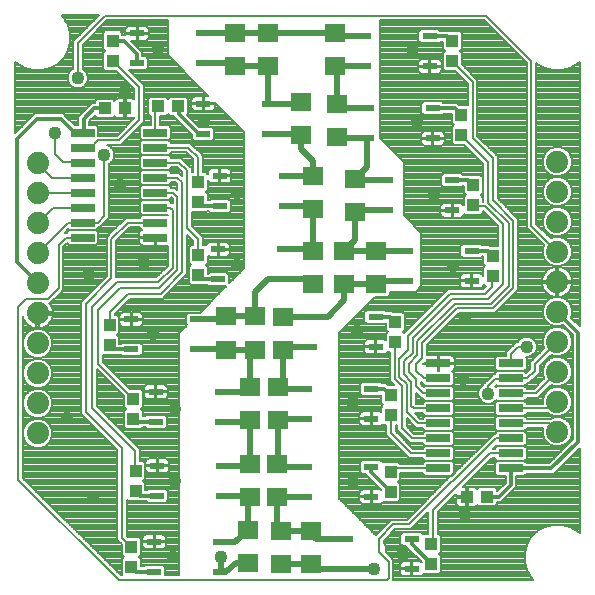
<source format=gbl>
G75*
G70*
%OFA0B0*%
%FSLAX24Y24*%
%IPPOS*%
%LPD*%
%AMOC8*
5,1,8,0,0,1.08239X$1,22.5*
%
%ADD10R,0.0800X0.0260*%
%ADD11R,0.0709X0.0630*%
%ADD12R,0.0512X0.0217*%
%ADD13R,0.0394X0.0433*%
%ADD14R,0.0433X0.0394*%
%ADD15C,0.0740*%
%ADD16C,0.0080*%
%ADD17C,0.0436*%
%ADD18C,0.0120*%
%ADD19C,0.0200*%
D10*
X002865Y012023D03*
X002865Y012523D03*
X002865Y013023D03*
X002865Y013523D03*
X002865Y014023D03*
X002865Y014523D03*
X002865Y015023D03*
X002865Y015523D03*
X005285Y015523D03*
X005285Y015023D03*
X005285Y014523D03*
X005285Y014023D03*
X005285Y013523D03*
X005285Y013023D03*
X005285Y012523D03*
X005285Y012023D03*
X014720Y007830D03*
X014720Y007330D03*
X014720Y006830D03*
X014720Y006330D03*
X014720Y005830D03*
X014720Y005330D03*
X014720Y004830D03*
X014720Y004330D03*
X017140Y004330D03*
X017140Y004830D03*
X017140Y005330D03*
X017140Y005830D03*
X017140Y006330D03*
X017140Y006830D03*
X017140Y007330D03*
X017140Y007830D03*
D11*
X012630Y010479D03*
X012630Y011581D03*
X011580Y011581D03*
X010530Y011581D03*
X010530Y010479D03*
X011580Y010479D03*
X009530Y009381D03*
X008619Y009392D03*
X007635Y009392D03*
X007635Y008289D03*
X008619Y008289D03*
X009530Y008279D03*
X009380Y007031D03*
X008435Y007030D03*
X008435Y005927D03*
X009380Y005929D03*
X009330Y004481D03*
X008435Y004467D03*
X008435Y003365D03*
X009330Y003379D03*
X009480Y002251D03*
X010480Y002251D03*
X010480Y001149D03*
X009480Y001149D03*
X008382Y001188D03*
X008382Y002290D03*
X010530Y012979D03*
X010530Y014081D03*
X010130Y015429D03*
X010130Y016531D03*
X011330Y016481D03*
X011330Y015379D03*
X011930Y013981D03*
X011930Y012879D03*
X011280Y017729D03*
X011280Y018831D03*
X009030Y018831D03*
X009030Y017729D03*
X007930Y017729D03*
X007930Y018831D03*
D12*
X006883Y018830D03*
X006883Y017830D03*
X006878Y016480D03*
X006878Y015480D03*
X007428Y014080D03*
X007428Y013080D03*
X007378Y011630D03*
X007378Y010630D03*
X006687Y009291D03*
X006687Y008291D03*
X007503Y006878D03*
X007503Y005878D03*
X007553Y004416D03*
X007553Y003416D03*
X007450Y001879D03*
X007450Y000879D03*
X005245Y000879D03*
X005245Y001879D03*
X005348Y003416D03*
X005348Y004416D03*
X005298Y005878D03*
X005298Y006878D03*
X004482Y008291D03*
X004482Y009291D03*
X009583Y010630D03*
X009583Y011630D03*
X009633Y013080D03*
X009633Y014080D03*
X009083Y015480D03*
X009083Y016480D03*
X012328Y016330D03*
X012328Y015330D03*
X012978Y013930D03*
X012978Y012930D03*
X013628Y011580D03*
X013628Y010580D03*
X012633Y009380D03*
X012633Y008380D03*
X012483Y006980D03*
X012483Y005980D03*
X012483Y004380D03*
X012483Y003380D03*
X011628Y001980D03*
X011628Y000980D03*
X013833Y000980D03*
X013833Y001980D03*
X010278Y003380D03*
X010278Y004380D03*
X010278Y005980D03*
X010278Y006980D03*
X010428Y008380D03*
X010428Y009380D03*
X015183Y012930D03*
X015183Y013930D03*
X014533Y015330D03*
X014533Y016330D03*
X014433Y017730D03*
X014433Y018730D03*
X012228Y018730D03*
X012228Y017730D03*
X015833Y011580D03*
X015833Y010580D03*
X004678Y017830D03*
X004678Y018830D03*
D13*
X003866Y018590D03*
X003866Y017921D03*
X006716Y013864D03*
X006716Y013195D03*
X006719Y011451D03*
X006719Y010782D03*
X003769Y009113D03*
X003769Y008444D03*
X004557Y006641D03*
X004557Y005972D03*
X004629Y004245D03*
X004629Y003576D03*
X004480Y001715D03*
X004480Y001045D03*
X013130Y003545D03*
X013130Y004215D03*
X013130Y006095D03*
X013130Y006765D03*
X013280Y008545D03*
X013280Y009215D03*
X016530Y010745D03*
X016530Y011415D03*
X015880Y013095D03*
X015880Y013765D03*
X015480Y015445D03*
X015480Y016115D03*
X015180Y017895D03*
X015180Y018565D03*
X014480Y001815D03*
X014480Y001145D03*
D14*
X015665Y003380D03*
X016335Y003380D03*
X006052Y016404D03*
X005382Y016404D03*
X004265Y016330D03*
X003595Y016330D03*
D15*
X001361Y014495D03*
X001361Y013495D03*
X001361Y012495D03*
X001361Y011495D03*
X001361Y010495D03*
X001361Y009495D03*
X001361Y008495D03*
X001361Y007495D03*
X001361Y006495D03*
X001361Y005495D03*
X018684Y005550D03*
X018684Y006550D03*
X018684Y007550D03*
X018684Y008550D03*
X018684Y009550D03*
X018684Y010550D03*
X018684Y011550D03*
X018684Y012550D03*
X018684Y013550D03*
X018684Y014550D03*
D16*
X004020Y002457D02*
X002429Y002457D01*
X002350Y002535D02*
X004020Y002535D01*
X004020Y002614D02*
X002270Y002614D01*
X002191Y002692D02*
X004020Y002692D01*
X004020Y002771D02*
X002111Y002771D01*
X002032Y002849D02*
X004020Y002849D01*
X004020Y002928D02*
X001952Y002928D01*
X001873Y003006D02*
X004020Y003006D01*
X004020Y003085D02*
X001793Y003085D01*
X001714Y003163D02*
X004020Y003163D01*
X004020Y003242D02*
X001635Y003242D01*
X001555Y003320D02*
X004020Y003320D01*
X004020Y003399D02*
X001476Y003399D01*
X001396Y003477D02*
X004020Y003477D01*
X004020Y003556D02*
X001317Y003556D01*
X001237Y003634D02*
X004020Y003634D01*
X004020Y003713D02*
X001158Y003713D01*
X001078Y003791D02*
X004020Y003791D01*
X004020Y003870D02*
X000999Y003870D01*
X000920Y003948D02*
X004020Y003948D01*
X004020Y004027D02*
X000860Y004027D01*
X000860Y004007D02*
X000860Y009399D01*
X000864Y009376D01*
X000888Y009299D01*
X000925Y009228D01*
X000972Y009163D01*
X001029Y009106D01*
X001094Y009059D01*
X001165Y009022D01*
X001242Y008998D01*
X001321Y008985D01*
X001321Y008985D01*
X001321Y009455D01*
X001401Y009455D01*
X001401Y008985D01*
X001401Y008985D01*
X001481Y008998D01*
X001557Y009022D01*
X001628Y009059D01*
X001693Y009106D01*
X001750Y009163D01*
X001797Y009228D01*
X001834Y009299D01*
X001859Y009376D01*
X001871Y009455D01*
X001401Y009455D01*
X001401Y009535D01*
X001871Y009535D01*
X001871Y009535D01*
X001859Y009614D01*
X001834Y009691D01*
X001797Y009762D01*
X001750Y009827D01*
X001747Y009830D01*
X001776Y009830D01*
X002126Y010180D01*
X002220Y010274D01*
X002220Y011714D01*
X002347Y011841D01*
X002415Y011773D01*
X003315Y011773D01*
X003385Y011843D01*
X003385Y012203D01*
X003315Y012273D01*
X003385Y012343D01*
X003385Y012363D01*
X003429Y012363D01*
X003646Y012580D01*
X003740Y012674D01*
X003740Y014481D01*
X003771Y014494D01*
X003866Y014589D01*
X003918Y014713D01*
X003918Y014847D01*
X003866Y014971D01*
X003771Y015066D01*
X003690Y015100D01*
X004126Y015100D01*
X004806Y015780D01*
X004900Y015874D01*
X004900Y017113D01*
X004412Y017601D01*
X004983Y017601D01*
X005053Y017672D01*
X005053Y017988D01*
X004983Y018058D01*
X004857Y018058D01*
X004857Y018207D01*
X004483Y018581D01*
X004663Y018581D01*
X004663Y018816D01*
X004281Y018816D01*
X004281Y018760D01*
X004183Y018760D01*
X004183Y018856D01*
X004113Y018926D01*
X003620Y018926D01*
X003549Y018856D01*
X003549Y018324D01*
X003618Y018255D01*
X003549Y018187D01*
X003549Y017654D01*
X003620Y017584D01*
X003976Y017584D01*
X004580Y016980D01*
X004580Y016626D01*
X004567Y016639D01*
X004535Y016657D01*
X004500Y016667D01*
X004305Y016667D01*
X004305Y016370D01*
X004225Y016370D01*
X004225Y016667D01*
X004030Y016667D01*
X003994Y016657D01*
X003962Y016639D01*
X003936Y016613D01*
X003921Y016587D01*
X003862Y016647D01*
X003329Y016647D01*
X003259Y016577D01*
X003259Y016510D01*
X003175Y016510D01*
X002825Y016160D01*
X002720Y016055D01*
X002720Y015773D01*
X002602Y015773D01*
X002320Y016055D01*
X002215Y016160D01*
X001265Y016160D01*
X000620Y015515D01*
X000620Y017884D01*
X000692Y017812D01*
X000940Y017668D01*
X001218Y017594D01*
X001505Y017594D01*
X001782Y017668D01*
X002030Y017812D01*
X002233Y018015D01*
X002377Y018263D01*
X002451Y018540D01*
X002451Y018827D01*
X002377Y019105D01*
X002233Y019353D01*
X002161Y019425D01*
X003399Y019425D01*
X002540Y018566D01*
X002540Y017639D01*
X002509Y017626D01*
X002414Y017531D01*
X002362Y017407D01*
X002362Y017273D01*
X002414Y017149D01*
X002509Y017054D01*
X002633Y017002D01*
X002767Y017002D01*
X002891Y017054D01*
X002986Y017149D01*
X003038Y017273D01*
X003038Y017407D01*
X002986Y017531D01*
X002891Y017626D01*
X002860Y017639D01*
X002860Y018434D01*
X003686Y019260D01*
X005692Y019260D01*
X005692Y018093D01*
X007057Y016728D01*
X006892Y016728D01*
X006892Y016494D01*
X007273Y016494D01*
X007273Y016512D01*
X008251Y015534D01*
X008251Y011007D01*
X007753Y010509D01*
X007753Y010788D01*
X007683Y010858D01*
X007072Y010858D01*
X007035Y010822D01*
X007035Y011048D01*
X006967Y011116D01*
X007035Y011185D01*
X007035Y011410D01*
X007036Y011409D01*
X007067Y011391D01*
X007103Y011381D01*
X007363Y011381D01*
X007363Y011616D01*
X007392Y011616D01*
X007392Y011644D01*
X007773Y011644D01*
X007773Y011757D01*
X007764Y011793D01*
X007746Y011824D01*
X007719Y011851D01*
X007688Y011869D01*
X007652Y011878D01*
X007392Y011878D01*
X007392Y011644D01*
X007363Y011644D01*
X007363Y011878D01*
X007103Y011878D01*
X007067Y011869D01*
X007036Y011851D01*
X007009Y011824D01*
X006991Y011793D01*
X006984Y011768D01*
X006965Y011787D01*
X006860Y011787D01*
X006860Y012046D01*
X006766Y012140D01*
X006500Y012406D01*
X006500Y012858D01*
X006962Y012858D01*
X007004Y012900D01*
X007073Y012900D01*
X007122Y012851D01*
X007733Y012851D01*
X007803Y012922D01*
X007803Y013238D01*
X007733Y013308D01*
X007122Y013308D01*
X007073Y013260D01*
X007033Y013260D01*
X007033Y013461D01*
X006964Y013529D01*
X007033Y013598D01*
X007033Y013949D01*
X007041Y013917D01*
X007059Y013886D01*
X007086Y013859D01*
X007117Y013841D01*
X007153Y013831D01*
X007413Y013831D01*
X007413Y014066D01*
X007442Y014066D01*
X007442Y014094D01*
X007823Y014094D01*
X007823Y014207D01*
X007814Y014243D01*
X007796Y014274D01*
X007769Y014301D01*
X007738Y014319D01*
X007702Y014328D01*
X007442Y014328D01*
X007442Y014094D01*
X007413Y014094D01*
X007413Y014328D01*
X007153Y014328D01*
X007117Y014319D01*
X007086Y014301D01*
X007059Y014274D01*
X007041Y014243D01*
X007031Y014207D01*
X007031Y014131D01*
X006962Y014200D01*
X006860Y014200D01*
X006860Y014766D01*
X006766Y014860D01*
X006443Y015183D01*
X005805Y015183D01*
X005805Y015203D01*
X005735Y015273D01*
X005805Y015343D01*
X005805Y015703D01*
X005735Y015773D01*
X005445Y015773D01*
X005445Y016087D01*
X005649Y016087D01*
X005717Y016155D01*
X005785Y016087D01*
X005900Y016087D01*
X005900Y016055D01*
X006005Y015950D01*
X006501Y015454D01*
X006501Y015322D01*
X006572Y015251D01*
X007183Y015251D01*
X007253Y015322D01*
X007253Y015638D01*
X007183Y015708D01*
X006756Y015708D01*
X006348Y016117D01*
X006388Y016157D01*
X006388Y016650D01*
X006318Y016720D01*
X005785Y016720D01*
X005717Y016652D01*
X005649Y016720D01*
X005116Y016720D01*
X005046Y016650D01*
X005046Y016157D01*
X005116Y016087D01*
X005125Y016087D01*
X005125Y015773D01*
X004835Y015773D01*
X004765Y015703D01*
X004765Y015343D01*
X004835Y015273D01*
X005735Y015273D01*
X004835Y015273D01*
X004765Y015203D01*
X004765Y014843D01*
X004835Y014773D01*
X004765Y014703D01*
X004765Y014343D01*
X004835Y014273D01*
X004765Y014203D01*
X004765Y013843D01*
X004835Y013773D01*
X004765Y013703D01*
X004765Y013343D01*
X004835Y013273D01*
X004765Y013203D01*
X004765Y012843D01*
X004835Y012773D01*
X004765Y012703D01*
X004765Y012683D01*
X004297Y012683D01*
X003754Y012140D01*
X003660Y012046D01*
X003660Y010726D01*
X002914Y009980D01*
X002820Y009886D01*
X002820Y006154D01*
X004020Y004954D01*
X004020Y001948D01*
X004163Y001805D01*
X004163Y001448D01*
X004232Y001380D01*
X004163Y001312D01*
X004163Y000780D01*
X004126Y000780D01*
X000860Y004007D01*
X000860Y004105D02*
X004020Y004105D01*
X004020Y004184D02*
X000860Y004184D01*
X000860Y004262D02*
X004020Y004262D01*
X004020Y004341D02*
X000860Y004341D01*
X000860Y004419D02*
X004020Y004419D01*
X004020Y004498D02*
X000860Y004498D01*
X000860Y004576D02*
X004020Y004576D01*
X004020Y004655D02*
X000860Y004655D01*
X000860Y004733D02*
X004020Y004733D01*
X004020Y004812D02*
X000860Y004812D01*
X000860Y004890D02*
X004020Y004890D01*
X004005Y004969D02*
X000860Y004969D01*
X000860Y005047D02*
X001162Y005047D01*
X001084Y005080D02*
X001264Y005005D01*
X001459Y005005D01*
X001639Y005080D01*
X001777Y005217D01*
X001851Y005397D01*
X001851Y005592D01*
X001777Y005773D01*
X001639Y005910D01*
X001459Y005985D01*
X001264Y005985D01*
X001084Y005910D01*
X001084Y005911D02*
X000860Y005911D01*
X000860Y005989D02*
X002985Y005989D01*
X003063Y005911D02*
X001638Y005911D01*
X001717Y005832D02*
X003142Y005832D01*
X003220Y005754D02*
X001784Y005754D01*
X001817Y005675D02*
X003299Y005675D01*
X003377Y005597D02*
X001849Y005597D01*
X001851Y005518D02*
X003456Y005518D01*
X003534Y005440D02*
X001851Y005440D01*
X001836Y005361D02*
X003613Y005361D01*
X003691Y005283D02*
X001803Y005283D01*
X001763Y005204D02*
X003770Y005204D01*
X003848Y005126D02*
X001685Y005126D01*
X001560Y005047D02*
X003927Y005047D01*
X004180Y005020D02*
X004180Y002015D01*
X004480Y001715D01*
X004797Y001750D02*
X004849Y001750D01*
X004849Y001752D02*
X004858Y001717D01*
X004877Y001685D01*
X004903Y001659D01*
X004935Y001640D01*
X004970Y001631D01*
X005231Y001631D01*
X005231Y001865D01*
X005259Y001865D01*
X005259Y001631D01*
X005519Y001631D01*
X005555Y001640D01*
X005587Y001659D01*
X005613Y001685D01*
X005631Y001717D01*
X005641Y001752D01*
X005641Y001865D01*
X005259Y001865D01*
X005259Y001893D01*
X005641Y001893D01*
X005641Y002006D01*
X005631Y002042D01*
X005613Y002074D01*
X005587Y002100D01*
X005555Y002118D01*
X005519Y002128D01*
X005259Y002128D01*
X005259Y001893D01*
X005231Y001893D01*
X005231Y001865D01*
X004849Y001865D01*
X004849Y001752D01*
X004849Y001829D02*
X004797Y001829D01*
X004797Y001907D02*
X004849Y001907D01*
X004849Y001893D02*
X005231Y001893D01*
X005231Y002128D01*
X004970Y002128D01*
X004935Y002118D01*
X004903Y002100D01*
X004877Y002074D01*
X004858Y002042D01*
X004849Y002006D01*
X004849Y001893D01*
X004849Y001986D02*
X004792Y001986D01*
X004797Y001981D02*
X004727Y002051D01*
X004370Y002051D01*
X004340Y002081D01*
X004340Y003281D01*
X004382Y003239D01*
X004711Y003239D01*
X004714Y003236D01*
X004993Y003236D01*
X005042Y003188D01*
X005653Y003188D01*
X005724Y003258D01*
X005724Y003574D01*
X005653Y003645D01*
X005042Y003645D01*
X004993Y003596D01*
X004946Y003596D01*
X004946Y003842D01*
X004877Y003910D01*
X004946Y003979D01*
X004946Y004511D01*
X004875Y004581D01*
X004780Y004581D01*
X004780Y004966D01*
X004686Y005060D01*
X003340Y006406D01*
X003340Y007632D01*
X004240Y006732D01*
X004240Y006375D01*
X004309Y006307D01*
X004240Y006238D01*
X004240Y005706D01*
X004311Y005636D01*
X004804Y005636D01*
X004867Y005698D01*
X004943Y005698D01*
X004992Y005650D01*
X005603Y005650D01*
X005674Y005720D01*
X005674Y006037D01*
X005603Y006107D01*
X004992Y006107D01*
X004943Y006058D01*
X004874Y006058D01*
X004874Y006238D01*
X004806Y006307D01*
X004874Y006375D01*
X004874Y006908D01*
X004804Y006978D01*
X004447Y006978D01*
X003540Y007885D01*
X003540Y008107D01*
X004015Y008107D01*
X004019Y008111D01*
X004128Y008111D01*
X004176Y008062D01*
X004788Y008062D01*
X004858Y008132D01*
X004858Y008449D01*
X004788Y008519D01*
X004176Y008519D01*
X004128Y008471D01*
X004085Y008471D01*
X004085Y008710D01*
X004017Y008778D01*
X004085Y008847D01*
X004085Y009379D01*
X004015Y009450D01*
X003940Y009450D01*
X003940Y009474D01*
X004446Y009980D01*
X005526Y009980D01*
X005620Y010074D01*
X006340Y010794D01*
X006340Y012114D01*
X006540Y011914D01*
X006540Y011787D01*
X006472Y011787D01*
X006402Y011717D01*
X006402Y011185D01*
X006470Y011116D01*
X006402Y011048D01*
X006402Y010515D01*
X006472Y010445D01*
X006965Y010445D01*
X006970Y010450D01*
X007023Y010450D01*
X007072Y010401D01*
X007646Y010401D01*
X006763Y009519D01*
X006381Y009519D01*
X006311Y009449D01*
X006311Y009132D01*
X006344Y009100D01*
X006086Y008841D01*
X006086Y000780D01*
X005621Y000780D01*
X005621Y001037D01*
X005551Y001108D01*
X004939Y001108D01*
X004891Y001059D01*
X004797Y001059D01*
X004797Y001312D01*
X004728Y001380D01*
X004797Y001448D01*
X004797Y001981D01*
X004871Y002064D02*
X004357Y002064D01*
X004340Y002143D02*
X006086Y002143D01*
X006086Y002221D02*
X004340Y002221D01*
X004340Y002300D02*
X006086Y002300D01*
X006086Y002378D02*
X004340Y002378D01*
X004340Y002457D02*
X006086Y002457D01*
X006086Y002535D02*
X004340Y002535D01*
X004340Y002614D02*
X006086Y002614D01*
X006086Y002692D02*
X004340Y002692D01*
X004340Y002771D02*
X006086Y002771D01*
X006086Y002849D02*
X004340Y002849D01*
X004340Y002928D02*
X006086Y002928D01*
X006086Y003006D02*
X004340Y003006D01*
X004340Y003085D02*
X006086Y003085D01*
X006086Y003163D02*
X004340Y003163D01*
X004340Y003242D02*
X004380Y003242D01*
X004946Y003634D02*
X005031Y003634D01*
X004946Y003713D02*
X006086Y003713D01*
X006086Y003791D02*
X004946Y003791D01*
X004918Y003870D02*
X006086Y003870D01*
X006086Y003948D02*
X004915Y003948D01*
X004946Y004027D02*
X006086Y004027D01*
X006086Y004105D02*
X004946Y004105D01*
X004946Y004184D02*
X005027Y004184D01*
X005038Y004177D02*
X005073Y004168D01*
X005333Y004168D01*
X005333Y004402D01*
X004952Y004402D01*
X004952Y004289D01*
X004961Y004254D01*
X004980Y004222D01*
X005006Y004196D01*
X005038Y004177D01*
X004959Y004262D02*
X004946Y004262D01*
X004946Y004341D02*
X004952Y004341D01*
X004946Y004419D02*
X005333Y004419D01*
X005333Y004430D02*
X005333Y004402D01*
X005362Y004402D01*
X005362Y004430D01*
X005744Y004430D01*
X005744Y004543D01*
X005734Y004579D01*
X005716Y004611D01*
X005690Y004637D01*
X005658Y004655D01*
X005622Y004665D01*
X005362Y004665D01*
X005362Y004430D01*
X005333Y004430D01*
X004952Y004430D01*
X004952Y004543D01*
X004961Y004579D01*
X004980Y004611D01*
X005006Y004637D01*
X005038Y004655D01*
X005073Y004665D01*
X005333Y004665D01*
X005333Y004430D01*
X005362Y004419D02*
X006086Y004419D01*
X006086Y004341D02*
X005744Y004341D01*
X005744Y004289D02*
X005744Y004402D01*
X005362Y004402D01*
X005362Y004168D01*
X005622Y004168D01*
X005658Y004177D01*
X005690Y004196D01*
X005716Y004222D01*
X005734Y004254D01*
X005744Y004289D01*
X005736Y004262D02*
X006086Y004262D01*
X006086Y004184D02*
X005668Y004184D01*
X005362Y004184D02*
X005333Y004184D01*
X005333Y004262D02*
X005362Y004262D01*
X005362Y004341D02*
X005333Y004341D01*
X005333Y004498D02*
X005362Y004498D01*
X005362Y004576D02*
X005333Y004576D01*
X005333Y004655D02*
X005362Y004655D01*
X005036Y004655D02*
X004780Y004655D01*
X004780Y004733D02*
X006086Y004733D01*
X006086Y004655D02*
X005659Y004655D01*
X005735Y004576D02*
X006086Y004576D01*
X006086Y004498D02*
X005744Y004498D01*
X006086Y004812D02*
X004780Y004812D01*
X004780Y004890D02*
X006086Y004890D01*
X006086Y004969D02*
X004778Y004969D01*
X004699Y005047D02*
X006086Y005047D01*
X006086Y005126D02*
X004621Y005126D01*
X004542Y005204D02*
X006086Y005204D01*
X006086Y005283D02*
X004464Y005283D01*
X004385Y005361D02*
X006086Y005361D01*
X006086Y005440D02*
X004307Y005440D01*
X004228Y005518D02*
X006086Y005518D01*
X006086Y005597D02*
X004150Y005597D01*
X004071Y005675D02*
X004271Y005675D01*
X004240Y005754D02*
X003993Y005754D01*
X003914Y005832D02*
X004240Y005832D01*
X004240Y005911D02*
X003836Y005911D01*
X003757Y005989D02*
X004240Y005989D01*
X004240Y006068D02*
X003679Y006068D01*
X003600Y006146D02*
X004240Y006146D01*
X004240Y006225D02*
X003522Y006225D01*
X003443Y006303D02*
X004305Y006303D01*
X004240Y006382D02*
X003365Y006382D01*
X003340Y006460D02*
X004240Y006460D01*
X004240Y006539D02*
X003340Y006539D01*
X003340Y006617D02*
X004240Y006617D01*
X004240Y006696D02*
X003340Y006696D01*
X003340Y006774D02*
X004198Y006774D01*
X004120Y006853D02*
X003340Y006853D01*
X003340Y006931D02*
X004041Y006931D01*
X003963Y007010D02*
X003340Y007010D01*
X003340Y007088D02*
X003884Y007088D01*
X003806Y007167D02*
X003340Y007167D01*
X003340Y007245D02*
X003727Y007245D01*
X003649Y007324D02*
X003340Y007324D01*
X003340Y007402D02*
X003570Y007402D01*
X003492Y007481D02*
X003340Y007481D01*
X003340Y007559D02*
X003413Y007559D01*
X003630Y007795D02*
X006086Y007795D01*
X006086Y007873D02*
X003552Y007873D01*
X003540Y007952D02*
X006086Y007952D01*
X006086Y008030D02*
X003540Y008030D01*
X003380Y007819D02*
X004557Y006641D01*
X004415Y007010D02*
X004903Y007010D01*
X004902Y007005D02*
X004902Y006893D01*
X005283Y006893D01*
X005283Y007127D01*
X005023Y007127D01*
X004988Y007117D01*
X004956Y007099D01*
X004930Y007073D01*
X004911Y007041D01*
X004902Y007005D01*
X004902Y006931D02*
X004851Y006931D01*
X004874Y006853D02*
X004902Y006853D01*
X004902Y006864D02*
X004902Y006751D01*
X004911Y006716D01*
X004930Y006684D01*
X004956Y006658D01*
X004988Y006639D01*
X005023Y006630D01*
X005283Y006630D01*
X005283Y006864D01*
X004902Y006864D01*
X004902Y006774D02*
X004874Y006774D01*
X004874Y006696D02*
X004923Y006696D01*
X004874Y006617D02*
X006086Y006617D01*
X006086Y006539D02*
X004874Y006539D01*
X004874Y006460D02*
X006086Y006460D01*
X006086Y006382D02*
X004874Y006382D01*
X004809Y006303D02*
X006086Y006303D01*
X006086Y006225D02*
X004874Y006225D01*
X004874Y006146D02*
X006086Y006146D01*
X006086Y006068D02*
X005643Y006068D01*
X005674Y005989D02*
X006086Y005989D01*
X006086Y005911D02*
X005674Y005911D01*
X005674Y005832D02*
X006086Y005832D01*
X006086Y005754D02*
X005674Y005754D01*
X005628Y005675D02*
X006086Y005675D01*
X006086Y006696D02*
X005672Y006696D01*
X005666Y006684D02*
X005684Y006716D01*
X005694Y006751D01*
X005694Y006864D01*
X005312Y006864D01*
X005312Y006893D01*
X005283Y006893D01*
X005283Y006864D01*
X005312Y006864D01*
X005312Y006630D01*
X005572Y006630D01*
X005608Y006639D01*
X005640Y006658D01*
X005666Y006684D01*
X005694Y006774D02*
X006086Y006774D01*
X006086Y006853D02*
X005694Y006853D01*
X005694Y006893D02*
X005694Y007005D01*
X005684Y007041D01*
X005666Y007073D01*
X005640Y007099D01*
X005608Y007117D01*
X005572Y007127D01*
X005312Y007127D01*
X005312Y006893D01*
X005694Y006893D01*
X005694Y006931D02*
X006086Y006931D01*
X006086Y007010D02*
X005692Y007010D01*
X005650Y007088D02*
X006086Y007088D01*
X006086Y007167D02*
X004258Y007167D01*
X004180Y007245D02*
X006086Y007245D01*
X006086Y007324D02*
X004101Y007324D01*
X004023Y007402D02*
X006086Y007402D01*
X006086Y007481D02*
X003944Y007481D01*
X003866Y007559D02*
X006086Y007559D01*
X006086Y007638D02*
X003787Y007638D01*
X003709Y007716D02*
X006086Y007716D01*
X006086Y008109D02*
X004834Y008109D01*
X004858Y008187D02*
X006086Y008187D01*
X006086Y008266D02*
X004858Y008266D01*
X004858Y008344D02*
X006086Y008344D01*
X006086Y008423D02*
X004858Y008423D01*
X004806Y008501D02*
X006086Y008501D01*
X006086Y008580D02*
X004085Y008580D01*
X004085Y008658D02*
X006086Y008658D01*
X006086Y008737D02*
X004059Y008737D01*
X004054Y008815D02*
X006086Y008815D01*
X006138Y008894D02*
X004085Y008894D01*
X004085Y008972D02*
X006216Y008972D01*
X006295Y009051D02*
X004788Y009051D01*
X004792Y009052D02*
X004824Y009070D01*
X004850Y009096D01*
X004868Y009128D01*
X004878Y009164D01*
X004878Y009276D01*
X004496Y009276D01*
X004496Y009042D01*
X004756Y009042D01*
X004792Y009052D01*
X004869Y009129D02*
X006314Y009129D01*
X006311Y009208D02*
X004878Y009208D01*
X004878Y009305D02*
X004878Y009418D01*
X004868Y009453D01*
X004850Y009485D01*
X004824Y009511D01*
X004792Y009530D01*
X004756Y009539D01*
X004496Y009539D01*
X004496Y009305D01*
X004468Y009305D01*
X004468Y009539D01*
X004207Y009539D01*
X004172Y009530D01*
X004140Y009511D01*
X004114Y009485D01*
X004095Y009453D01*
X004086Y009418D01*
X004086Y009305D01*
X004468Y009305D01*
X004468Y009276D01*
X004496Y009276D01*
X004496Y009305D01*
X004878Y009305D01*
X004878Y009365D02*
X006311Y009365D01*
X006311Y009443D02*
X004871Y009443D01*
X004806Y009522D02*
X006766Y009522D01*
X006844Y009600D02*
X004066Y009600D01*
X003988Y009522D02*
X004158Y009522D01*
X004093Y009443D02*
X004022Y009443D01*
X004085Y009365D02*
X004086Y009365D01*
X004085Y009286D02*
X004468Y009286D01*
X004468Y009276D02*
X004086Y009276D01*
X004086Y009164D01*
X004095Y009128D01*
X004114Y009096D01*
X004140Y009070D01*
X004172Y009052D01*
X004207Y009042D01*
X004468Y009042D01*
X004468Y009276D01*
X004496Y009286D02*
X006311Y009286D01*
X006923Y009679D02*
X004145Y009679D01*
X004223Y009757D02*
X007001Y009757D01*
X007080Y009836D02*
X004302Y009836D01*
X004380Y009914D02*
X007158Y009914D01*
X007237Y009993D02*
X005539Y009993D01*
X005617Y010071D02*
X007315Y010071D01*
X007394Y010150D02*
X005696Y010150D01*
X005774Y010228D02*
X007472Y010228D01*
X007551Y010307D02*
X005853Y010307D01*
X005931Y010385D02*
X007629Y010385D01*
X007753Y010542D02*
X007786Y010542D01*
X007753Y010621D02*
X007865Y010621D01*
X007943Y010699D02*
X007753Y010699D01*
X007753Y010778D02*
X008022Y010778D01*
X008100Y010856D02*
X007686Y010856D01*
X008179Y010935D02*
X007035Y010935D01*
X007035Y011013D02*
X008251Y011013D01*
X008251Y011092D02*
X006992Y011092D01*
X007021Y011170D02*
X008251Y011170D01*
X008251Y011249D02*
X007035Y011249D01*
X007035Y011327D02*
X008251Y011327D01*
X008251Y011406D02*
X007713Y011406D01*
X007719Y011409D02*
X007746Y011436D01*
X007764Y011467D01*
X007773Y011503D01*
X007773Y011616D01*
X007392Y011616D01*
X007392Y011381D01*
X007652Y011381D01*
X007688Y011391D01*
X007719Y011409D01*
X007768Y011484D02*
X008251Y011484D01*
X008251Y011563D02*
X007773Y011563D01*
X007773Y011720D02*
X008251Y011720D01*
X008251Y011798D02*
X007761Y011798D01*
X007659Y011877D02*
X008251Y011877D01*
X008251Y011955D02*
X006860Y011955D01*
X006860Y011877D02*
X007096Y011877D01*
X006994Y011798D02*
X006860Y011798D01*
X006700Y011980D02*
X006700Y011469D01*
X006719Y011451D01*
X006540Y011798D02*
X006340Y011798D01*
X006340Y011720D02*
X006404Y011720D01*
X006402Y011641D02*
X006340Y011641D01*
X006340Y011563D02*
X006402Y011563D01*
X006402Y011484D02*
X006340Y011484D01*
X006340Y011406D02*
X006402Y011406D01*
X006402Y011327D02*
X006340Y011327D01*
X006340Y011249D02*
X006402Y011249D01*
X006416Y011170D02*
X006340Y011170D01*
X006340Y011092D02*
X006445Y011092D01*
X006402Y011013D02*
X006340Y011013D01*
X006340Y010935D02*
X006402Y010935D01*
X006402Y010856D02*
X006340Y010856D01*
X006324Y010778D02*
X006402Y010778D01*
X006402Y010699D02*
X006245Y010699D01*
X006167Y010621D02*
X006402Y010621D01*
X006402Y010542D02*
X006088Y010542D01*
X006010Y010464D02*
X006454Y010464D01*
X006180Y010860D02*
X005460Y010140D01*
X004380Y010140D01*
X003780Y009540D01*
X003780Y009124D01*
X003769Y009113D01*
X004085Y009129D02*
X004095Y009129D01*
X004085Y009051D02*
X004176Y009051D01*
X004086Y009208D02*
X004085Y009208D01*
X004468Y009208D02*
X004496Y009208D01*
X004496Y009129D02*
X004468Y009129D01*
X004468Y009051D02*
X004496Y009051D01*
X004496Y009365D02*
X004468Y009365D01*
X004468Y009443D02*
X004496Y009443D01*
X004496Y009522D02*
X004468Y009522D01*
X004100Y010340D02*
X003380Y009620D01*
X003380Y007819D01*
X002820Y007795D02*
X001755Y007795D01*
X001777Y007773D02*
X001639Y007910D01*
X001459Y007985D01*
X001264Y007985D01*
X001084Y007910D01*
X000946Y007773D01*
X000871Y007592D01*
X000871Y007397D01*
X000946Y007217D01*
X001084Y007080D01*
X001264Y007005D01*
X001459Y007005D01*
X001639Y007080D01*
X001777Y007217D01*
X001851Y007397D01*
X001851Y007592D01*
X001777Y007773D01*
X001800Y007716D02*
X002820Y007716D01*
X002820Y007638D02*
X001832Y007638D01*
X001851Y007559D02*
X002820Y007559D01*
X002820Y007481D02*
X001851Y007481D01*
X001851Y007402D02*
X002820Y007402D01*
X002820Y007324D02*
X001820Y007324D01*
X001788Y007245D02*
X002820Y007245D01*
X002820Y007167D02*
X001726Y007167D01*
X001647Y007088D02*
X002820Y007088D01*
X002820Y007010D02*
X001470Y007010D01*
X001459Y006985D02*
X001264Y006985D01*
X001084Y006910D01*
X000946Y006773D01*
X000871Y006592D01*
X000871Y006397D01*
X000946Y006217D01*
X001084Y006080D01*
X001264Y006005D01*
X001459Y006005D01*
X001639Y006080D01*
X001777Y006217D01*
X001851Y006397D01*
X001851Y006592D01*
X001777Y006773D01*
X001639Y006910D01*
X001459Y006985D01*
X001589Y006931D02*
X002820Y006931D01*
X002820Y006853D02*
X001697Y006853D01*
X001775Y006774D02*
X002820Y006774D01*
X002820Y006696D02*
X001808Y006696D01*
X001841Y006617D02*
X002820Y006617D01*
X002820Y006539D02*
X001851Y006539D01*
X001851Y006460D02*
X002820Y006460D01*
X002820Y006382D02*
X001844Y006382D01*
X001812Y006303D02*
X002820Y006303D01*
X002820Y006225D02*
X001779Y006225D01*
X001705Y006146D02*
X002828Y006146D01*
X002906Y006068D02*
X001610Y006068D01*
X001113Y006068D02*
X000860Y006068D01*
X000860Y006146D02*
X001017Y006146D01*
X000943Y006225D02*
X000860Y006225D01*
X000860Y006303D02*
X000910Y006303D01*
X000878Y006382D02*
X000860Y006382D01*
X000860Y006460D02*
X000871Y006460D01*
X000860Y006539D02*
X000871Y006539D01*
X000860Y006617D02*
X000881Y006617D01*
X000860Y006696D02*
X000914Y006696D01*
X000947Y006774D02*
X000860Y006774D01*
X000860Y006853D02*
X001026Y006853D01*
X001133Y006931D02*
X000860Y006931D01*
X000860Y007010D02*
X001253Y007010D01*
X001075Y007088D02*
X000860Y007088D01*
X000860Y007167D02*
X000997Y007167D01*
X000934Y007245D02*
X000860Y007245D01*
X000860Y007324D02*
X000902Y007324D01*
X000871Y007402D02*
X000860Y007402D01*
X000860Y007481D02*
X000871Y007481D01*
X000860Y007559D02*
X000871Y007559D01*
X000860Y007638D02*
X000890Y007638D01*
X000860Y007716D02*
X000922Y007716D01*
X000968Y007795D02*
X000860Y007795D01*
X000860Y007873D02*
X001046Y007873D01*
X001183Y007952D02*
X000860Y007952D01*
X000860Y008030D02*
X001203Y008030D01*
X001264Y008005D02*
X001459Y008005D01*
X001639Y008080D01*
X001777Y008217D01*
X001851Y008397D01*
X001851Y008592D01*
X001777Y008773D01*
X001639Y008910D01*
X001459Y008985D01*
X001264Y008985D01*
X001084Y008910D01*
X000946Y008773D01*
X000871Y008592D01*
X000871Y008397D01*
X000946Y008217D01*
X001084Y008080D01*
X001264Y008005D01*
X001055Y008109D02*
X000860Y008109D01*
X000860Y008187D02*
X000976Y008187D01*
X000926Y008266D02*
X000860Y008266D01*
X000860Y008344D02*
X000893Y008344D01*
X000871Y008423D02*
X000860Y008423D01*
X000860Y008501D02*
X000871Y008501D01*
X000860Y008580D02*
X000871Y008580D01*
X000860Y008658D02*
X000898Y008658D01*
X000931Y008737D02*
X000860Y008737D01*
X000860Y008815D02*
X000988Y008815D01*
X001067Y008894D02*
X000860Y008894D01*
X000860Y008972D02*
X001232Y008972D01*
X001321Y009051D02*
X001401Y009051D01*
X001401Y009129D02*
X001321Y009129D01*
X001321Y009208D02*
X001401Y009208D01*
X001401Y009286D02*
X001321Y009286D01*
X001321Y009365D02*
X001401Y009365D01*
X001401Y009443D02*
X001321Y009443D01*
X001401Y009522D02*
X002820Y009522D01*
X002820Y009600D02*
X001861Y009600D01*
X001838Y009679D02*
X002820Y009679D01*
X002820Y009757D02*
X001800Y009757D01*
X001782Y009836D02*
X002820Y009836D01*
X002848Y009914D02*
X001860Y009914D01*
X001939Y009993D02*
X002926Y009993D01*
X003005Y010071D02*
X002017Y010071D01*
X002096Y010150D02*
X003083Y010150D01*
X003162Y010228D02*
X002174Y010228D01*
X002220Y010307D02*
X003240Y010307D01*
X003319Y010385D02*
X002220Y010385D01*
X002220Y010464D02*
X003397Y010464D01*
X003476Y010542D02*
X002220Y010542D01*
X002220Y010621D02*
X003554Y010621D01*
X003633Y010699D02*
X002220Y010699D01*
X002220Y010778D02*
X003660Y010778D01*
X003660Y010856D02*
X002220Y010856D01*
X002220Y010935D02*
X003660Y010935D01*
X003660Y011013D02*
X002220Y011013D01*
X002220Y011092D02*
X003660Y011092D01*
X003660Y011170D02*
X002220Y011170D01*
X002220Y011249D02*
X003660Y011249D01*
X003660Y011327D02*
X002220Y011327D01*
X002220Y011406D02*
X003660Y011406D01*
X003660Y011484D02*
X002220Y011484D01*
X002220Y011563D02*
X003660Y011563D01*
X003660Y011641D02*
X002220Y011641D01*
X002226Y011720D02*
X003660Y011720D01*
X003660Y011798D02*
X003340Y011798D01*
X003385Y011877D02*
X003660Y011877D01*
X003660Y011955D02*
X003385Y011955D01*
X003385Y012034D02*
X003660Y012034D01*
X003726Y012112D02*
X003385Y012112D01*
X003385Y012191D02*
X003804Y012191D01*
X003883Y012269D02*
X003318Y012269D01*
X003315Y012273D02*
X002415Y012273D01*
X003315Y012273D01*
X003385Y012348D02*
X003961Y012348D01*
X004040Y012426D02*
X003492Y012426D01*
X003571Y012505D02*
X004118Y012505D01*
X004197Y012583D02*
X003649Y012583D01*
X003728Y012662D02*
X004275Y012662D01*
X004363Y012523D02*
X003820Y011980D01*
X003820Y010660D01*
X002980Y009820D01*
X002980Y006220D01*
X004180Y005020D01*
X004620Y004900D02*
X004620Y004254D01*
X004629Y004245D01*
X004946Y004498D02*
X004952Y004498D01*
X004960Y004576D02*
X004881Y004576D01*
X004620Y004900D02*
X003180Y006340D01*
X003180Y009700D01*
X004020Y010540D01*
X005380Y010540D01*
X005860Y011020D01*
X005860Y012940D01*
X005777Y013023D01*
X005285Y013023D01*
X005700Y012773D02*
X004835Y012773D01*
X005700Y012773D01*
X005700Y012773D01*
X005805Y013183D02*
X005805Y013203D01*
X005735Y013273D01*
X004835Y013273D01*
X005735Y013273D01*
X005805Y013343D01*
X005805Y013363D01*
X005811Y013363D01*
X005860Y013314D01*
X005860Y013166D01*
X005843Y013183D01*
X005805Y013183D01*
X005796Y013211D02*
X005860Y013211D01*
X005860Y013290D02*
X005751Y013290D01*
X005877Y013523D02*
X006020Y013380D01*
X006020Y010940D01*
X005420Y010340D01*
X004100Y010340D01*
X003980Y010700D02*
X003980Y011914D01*
X004429Y012363D01*
X004765Y012363D01*
X004765Y012343D01*
X004827Y012281D01*
X004799Y012265D01*
X004773Y012239D01*
X004754Y012207D01*
X004745Y012171D01*
X004745Y012048D01*
X005260Y012048D01*
X005260Y011998D01*
X005310Y011998D01*
X005310Y011753D01*
X005700Y011753D01*
X005700Y011086D01*
X005314Y010700D01*
X003980Y010700D01*
X003980Y010778D02*
X005391Y010778D01*
X005470Y010856D02*
X003980Y010856D01*
X003980Y010935D02*
X005548Y010935D01*
X005627Y011013D02*
X003980Y011013D01*
X003980Y011092D02*
X005700Y011092D01*
X005700Y011170D02*
X003980Y011170D01*
X003980Y011249D02*
X005700Y011249D01*
X005700Y011327D02*
X003980Y011327D01*
X003980Y011406D02*
X005700Y011406D01*
X005700Y011484D02*
X003980Y011484D01*
X003980Y011563D02*
X005700Y011563D01*
X005700Y011641D02*
X003980Y011641D01*
X003980Y011720D02*
X005700Y011720D01*
X005310Y011798D02*
X005260Y011798D01*
X005260Y011753D02*
X005260Y011998D01*
X004745Y011998D01*
X004745Y011874D01*
X004754Y011839D01*
X004773Y011807D01*
X004799Y011781D01*
X004831Y011762D01*
X004866Y011753D01*
X005260Y011753D01*
X005260Y011877D02*
X005310Y011877D01*
X005310Y011955D02*
X005260Y011955D01*
X005260Y012034D02*
X004100Y012034D01*
X004178Y012112D02*
X004745Y012112D01*
X004750Y012191D02*
X004257Y012191D01*
X004335Y012269D02*
X004806Y012269D01*
X004765Y012348D02*
X004414Y012348D01*
X004363Y012523D02*
X005285Y012523D01*
X004802Y012740D02*
X003740Y012740D01*
X003740Y012819D02*
X004790Y012819D01*
X004765Y012897D02*
X003740Y012897D01*
X003740Y012976D02*
X004765Y012976D01*
X004765Y013054D02*
X003740Y013054D01*
X003740Y013133D02*
X004765Y013133D01*
X004773Y013211D02*
X003740Y013211D01*
X003740Y013290D02*
X004819Y013290D01*
X004765Y013368D02*
X003740Y013368D01*
X003740Y013447D02*
X004765Y013447D01*
X004765Y013525D02*
X003740Y013525D01*
X003740Y013604D02*
X004765Y013604D01*
X004765Y013682D02*
X003740Y013682D01*
X003740Y013761D02*
X004823Y013761D01*
X004835Y013773D02*
X005735Y013773D01*
X005805Y013703D01*
X005805Y013683D01*
X005943Y013683D01*
X006020Y013606D01*
X006020Y013794D01*
X005951Y013863D01*
X005805Y013863D01*
X005805Y013843D01*
X005735Y013773D01*
X004835Y013773D01*
X004769Y013839D02*
X003740Y013839D01*
X003740Y013918D02*
X004765Y013918D01*
X004765Y013996D02*
X003740Y013996D01*
X003740Y014075D02*
X004765Y014075D01*
X004765Y014153D02*
X003740Y014153D01*
X003740Y014232D02*
X004794Y014232D01*
X004835Y014273D02*
X005735Y014273D01*
X005805Y014203D01*
X005805Y014183D01*
X006083Y014183D01*
X006180Y014086D01*
X006180Y014194D01*
X006011Y014363D01*
X005805Y014363D01*
X005805Y014343D01*
X005735Y014273D01*
X004835Y014273D01*
X004798Y014310D02*
X003740Y014310D01*
X003740Y014389D02*
X004765Y014389D01*
X004765Y014467D02*
X003740Y014467D01*
X003823Y014546D02*
X004765Y014546D01*
X004765Y014624D02*
X003881Y014624D01*
X003914Y014703D02*
X004765Y014703D01*
X004835Y014773D02*
X005735Y014773D01*
X005805Y014703D01*
X005805Y014683D01*
X006143Y014683D01*
X006406Y014420D01*
X006500Y014326D01*
X006500Y014200D01*
X006540Y014200D01*
X006540Y014634D01*
X006311Y014863D01*
X005805Y014863D01*
X005805Y014843D01*
X005735Y014773D01*
X004835Y014773D01*
X004827Y014781D02*
X003918Y014781D01*
X003913Y014860D02*
X004765Y014860D01*
X004765Y014938D02*
X003880Y014938D01*
X003821Y015017D02*
X004765Y015017D01*
X004765Y015095D02*
X003702Y015095D01*
X003994Y015420D02*
X004580Y016006D01*
X004580Y016034D01*
X004567Y016021D01*
X004535Y016003D01*
X004500Y015993D01*
X004305Y015993D01*
X004305Y016290D01*
X004225Y016290D01*
X004225Y015993D01*
X004030Y015993D01*
X003994Y016003D01*
X003962Y016021D01*
X003936Y016047D01*
X003921Y016073D01*
X003862Y016013D01*
X003329Y016013D01*
X003259Y016083D01*
X003259Y016084D01*
X003080Y015905D01*
X003080Y015773D01*
X003315Y015773D01*
X003385Y015703D01*
X003385Y015420D01*
X003994Y015420D01*
X004061Y015488D02*
X003385Y015488D01*
X003385Y015566D02*
X004140Y015566D01*
X004218Y015645D02*
X003385Y015645D01*
X003364Y015723D02*
X004297Y015723D01*
X004375Y015802D02*
X003080Y015802D01*
X003080Y015880D02*
X004454Y015880D01*
X004532Y015959D02*
X003133Y015959D01*
X003212Y016037D02*
X003305Y016037D01*
X003016Y016351D02*
X000620Y016351D01*
X000620Y016273D02*
X002938Y016273D01*
X002859Y016194D02*
X000620Y016194D01*
X000620Y016116D02*
X001221Y016116D01*
X001142Y016037D02*
X000620Y016037D01*
X000620Y015959D02*
X001064Y015959D01*
X000985Y015880D02*
X000620Y015880D01*
X000620Y015802D02*
X000907Y015802D01*
X000828Y015723D02*
X000620Y015723D01*
X000620Y015645D02*
X000750Y015645D01*
X000671Y015566D02*
X000620Y015566D01*
X000620Y016430D02*
X003095Y016430D01*
X003173Y016508D02*
X000620Y016508D01*
X000620Y016587D02*
X003269Y016587D01*
X002895Y017058D02*
X004503Y017058D01*
X004580Y016979D02*
X000620Y016979D01*
X000620Y016901D02*
X004580Y016901D01*
X004580Y016822D02*
X000620Y016822D01*
X000620Y016744D02*
X004580Y016744D01*
X004580Y016665D02*
X004506Y016665D01*
X004305Y016665D02*
X004225Y016665D01*
X004225Y016587D02*
X004305Y016587D01*
X004305Y016508D02*
X004225Y016508D01*
X004225Y016430D02*
X004305Y016430D01*
X004305Y016273D02*
X004225Y016273D01*
X004225Y016194D02*
X004305Y016194D01*
X004305Y016116D02*
X004225Y016116D01*
X004225Y016037D02*
X004305Y016037D01*
X003946Y016037D02*
X003885Y016037D01*
X004023Y016665D02*
X000620Y016665D01*
X000620Y017058D02*
X002505Y017058D01*
X002426Y017136D02*
X000620Y017136D01*
X000620Y017215D02*
X002386Y017215D01*
X002362Y017293D02*
X000620Y017293D01*
X000620Y017372D02*
X002362Y017372D01*
X002380Y017450D02*
X000620Y017450D01*
X000620Y017529D02*
X002412Y017529D01*
X002489Y017607D02*
X001554Y017607D01*
X001812Y017686D02*
X002540Y017686D01*
X002540Y017764D02*
X001948Y017764D01*
X002061Y017843D02*
X002540Y017843D01*
X002540Y017921D02*
X002140Y017921D01*
X002218Y018000D02*
X002540Y018000D01*
X002540Y018078D02*
X002270Y018078D01*
X002315Y018157D02*
X002540Y018157D01*
X002540Y018235D02*
X002361Y018235D01*
X002390Y018314D02*
X002540Y018314D01*
X002540Y018392D02*
X002411Y018392D01*
X002432Y018471D02*
X002540Y018471D01*
X002540Y018549D02*
X002451Y018549D01*
X002451Y018628D02*
X002601Y018628D01*
X002680Y018706D02*
X002451Y018706D01*
X002451Y018785D02*
X002758Y018785D01*
X002837Y018863D02*
X002442Y018863D01*
X002421Y018942D02*
X002915Y018942D01*
X002994Y019020D02*
X002399Y019020D01*
X002378Y019099D02*
X003072Y019099D01*
X003151Y019177D02*
X002335Y019177D01*
X002290Y019256D02*
X003229Y019256D01*
X003308Y019334D02*
X002244Y019334D01*
X002174Y019413D02*
X003386Y019413D01*
X003603Y019177D02*
X005692Y019177D01*
X005692Y019099D02*
X003525Y019099D01*
X003446Y019020D02*
X004307Y019020D01*
X004309Y019024D02*
X004291Y018993D01*
X004281Y018957D01*
X004281Y018844D01*
X004663Y018844D01*
X004663Y018816D01*
X004692Y018816D01*
X004692Y018844D01*
X005073Y018844D01*
X005073Y018957D01*
X005064Y018993D01*
X005046Y019024D01*
X005019Y019051D01*
X004988Y019069D01*
X004952Y019078D01*
X004692Y019078D01*
X004692Y018844D01*
X004663Y018844D01*
X004663Y019078D01*
X004403Y019078D01*
X004367Y019069D01*
X004336Y019051D01*
X004309Y019024D01*
X004281Y018942D02*
X003368Y018942D01*
X003289Y018863D02*
X003556Y018863D01*
X003549Y018785D02*
X003211Y018785D01*
X003132Y018706D02*
X003549Y018706D01*
X003549Y018628D02*
X003054Y018628D01*
X002975Y018549D02*
X003549Y018549D01*
X003549Y018471D02*
X002897Y018471D01*
X002860Y018392D02*
X003549Y018392D01*
X003559Y018314D02*
X002860Y018314D01*
X002860Y018235D02*
X003598Y018235D01*
X003549Y018157D02*
X002860Y018157D01*
X002860Y018078D02*
X003549Y018078D01*
X003549Y018000D02*
X002860Y018000D01*
X002860Y017921D02*
X003549Y017921D01*
X003549Y017843D02*
X002860Y017843D01*
X002860Y017764D02*
X003549Y017764D01*
X003549Y017686D02*
X002860Y017686D01*
X002911Y017607D02*
X003597Y017607D01*
X003866Y017921D02*
X004740Y017047D01*
X004740Y015940D01*
X004060Y015260D01*
X003380Y015260D01*
X003143Y015023D01*
X002865Y015023D01*
X002848Y014540D02*
X002865Y014523D01*
X002848Y014540D02*
X002220Y014540D01*
X001940Y014820D01*
X001940Y015500D01*
X002416Y015959D02*
X002720Y015959D01*
X002720Y016037D02*
X002338Y016037D01*
X002259Y016116D02*
X002781Y016116D01*
X002720Y015880D02*
X002495Y015880D01*
X002573Y015802D02*
X002720Y015802D01*
X003580Y014780D02*
X003580Y012740D01*
X003363Y012523D01*
X002865Y012523D01*
X002389Y012523D01*
X001361Y011495D01*
X002060Y011780D02*
X002300Y012020D01*
X002862Y012020D01*
X002865Y012023D01*
X002415Y012273D02*
X002345Y012203D01*
X002345Y012180D01*
X002272Y012180D01*
X002390Y012298D01*
X002415Y012273D01*
X002411Y012269D02*
X002361Y012269D01*
X002345Y012191D02*
X002283Y012191D01*
X002304Y011798D02*
X002390Y011798D01*
X002060Y011780D02*
X002060Y010340D01*
X001710Y009990D01*
X000990Y009990D01*
X000700Y009700D01*
X000700Y003940D01*
X004060Y000620D01*
X007180Y000620D01*
X013020Y000620D01*
X013060Y000660D01*
X013060Y001220D01*
X012740Y001540D01*
X012740Y001980D01*
X013220Y002460D01*
X013740Y002460D01*
X015180Y003900D01*
X015220Y003900D01*
X016650Y005330D01*
X017140Y005330D01*
X017140Y004830D02*
X016430Y004830D01*
X014540Y002940D01*
X014540Y002660D01*
X014540Y001875D01*
X014480Y001815D01*
X014797Y001829D02*
X017695Y001829D01*
X017668Y001782D02*
X017594Y001505D01*
X017594Y001218D01*
X017668Y000940D01*
X017812Y000692D01*
X017884Y000620D01*
X013220Y000620D01*
X013220Y001286D01*
X013126Y001380D01*
X012975Y001531D01*
X012975Y001755D01*
X012900Y001830D01*
X012900Y001914D01*
X013286Y002300D01*
X013806Y002300D01*
X013900Y002394D01*
X014380Y002874D01*
X014380Y002151D01*
X014233Y002151D01*
X014208Y002126D01*
X014208Y002138D01*
X014138Y002208D01*
X013527Y002208D01*
X013456Y002138D01*
X013456Y001822D01*
X013527Y001751D01*
X013653Y001751D01*
X013653Y001718D01*
X014163Y001208D01*
X014163Y001207D01*
X014143Y001219D01*
X014107Y001228D01*
X013847Y001228D01*
X013847Y000994D01*
X013818Y000994D01*
X013818Y000966D01*
X013436Y000966D01*
X013436Y000853D01*
X013446Y000817D01*
X013464Y000786D01*
X013491Y000759D01*
X013522Y000741D01*
X013558Y000731D01*
X013818Y000731D01*
X013818Y000966D01*
X013847Y000966D01*
X013847Y000731D01*
X014107Y000731D01*
X014143Y000741D01*
X014174Y000759D01*
X014201Y000786D01*
X014219Y000817D01*
X014220Y000822D01*
X014233Y000809D01*
X014727Y000809D01*
X014797Y000879D01*
X014797Y001412D01*
X014728Y001480D01*
X014797Y001548D01*
X014797Y002081D01*
X014727Y002151D01*
X014700Y002151D01*
X014700Y002874D01*
X015309Y003483D01*
X015309Y003420D01*
X015625Y003420D01*
X015625Y003340D01*
X015309Y003340D01*
X015309Y003165D01*
X015318Y003129D01*
X015337Y003097D01*
X015363Y003071D01*
X015395Y003053D01*
X015430Y003043D01*
X015625Y003043D01*
X015625Y003340D01*
X015705Y003340D01*
X015705Y003043D01*
X015900Y003043D01*
X015936Y003053D01*
X015968Y003071D01*
X015994Y003097D01*
X016009Y003123D01*
X016068Y003063D01*
X016601Y003063D01*
X016671Y003133D01*
X016671Y003200D01*
X016815Y003200D01*
X017215Y003600D01*
X017320Y003705D01*
X017320Y004080D01*
X017590Y004080D01*
X017660Y004150D01*
X018565Y004150D01*
X018670Y004255D01*
X018670Y004255D01*
X019425Y005010D01*
X019425Y002161D01*
X019353Y002233D01*
X019105Y002377D01*
X018827Y002451D01*
X018540Y002451D01*
X018263Y002377D01*
X018015Y002233D01*
X017812Y002030D01*
X017668Y001782D01*
X017660Y001750D02*
X014797Y001750D01*
X014797Y001672D02*
X017639Y001672D01*
X017618Y001593D02*
X014797Y001593D01*
X014763Y001515D02*
X017597Y001515D01*
X017594Y001436D02*
X014772Y001436D01*
X014797Y001358D02*
X017594Y001358D01*
X017594Y001279D02*
X014797Y001279D01*
X014797Y001201D02*
X017599Y001201D01*
X017620Y001122D02*
X014797Y001122D01*
X014797Y001044D02*
X017641Y001044D01*
X017662Y000965D02*
X014797Y000965D01*
X014797Y000887D02*
X017699Y000887D01*
X017745Y000808D02*
X014213Y000808D01*
X013847Y000808D02*
X013818Y000808D01*
X013818Y000887D02*
X013847Y000887D01*
X013847Y000965D02*
X013818Y000965D01*
X013818Y000994D02*
X013436Y000994D01*
X013436Y001107D01*
X013446Y001143D01*
X013464Y001174D01*
X013491Y001201D01*
X013522Y001219D01*
X013558Y001228D01*
X013818Y001228D01*
X013818Y000994D01*
X013818Y001044D02*
X013847Y001044D01*
X013847Y001122D02*
X013818Y001122D01*
X013818Y001201D02*
X013847Y001201D01*
X014013Y001358D02*
X013149Y001358D01*
X013220Y001279D02*
X014092Y001279D01*
X013935Y001436D02*
X013070Y001436D01*
X012992Y001515D02*
X013856Y001515D01*
X013778Y001593D02*
X012975Y001593D01*
X012975Y001672D02*
X013699Y001672D01*
X013653Y001750D02*
X012975Y001750D01*
X012902Y001829D02*
X013456Y001829D01*
X013456Y001907D02*
X012900Y001907D01*
X012972Y001986D02*
X013456Y001986D01*
X013456Y002064D02*
X013050Y002064D01*
X013129Y002143D02*
X013461Y002143D01*
X013286Y002300D02*
X014380Y002300D01*
X014380Y002378D02*
X013884Y002378D01*
X013963Y002457D02*
X014380Y002457D01*
X014380Y002535D02*
X014041Y002535D01*
X014120Y002614D02*
X014380Y002614D01*
X014380Y002692D02*
X014198Y002692D01*
X014277Y002771D02*
X014380Y002771D01*
X014380Y002849D02*
X014355Y002849D01*
X014138Y003085D02*
X011646Y003085D01*
X011567Y003163D02*
X012137Y003163D01*
X012141Y003159D02*
X012172Y003141D01*
X012208Y003131D01*
X012468Y003131D01*
X012468Y003366D01*
X012086Y003366D01*
X012086Y003253D01*
X012096Y003217D01*
X012114Y003186D01*
X012141Y003159D01*
X012090Y003242D02*
X011489Y003242D01*
X011410Y003320D02*
X012086Y003320D01*
X012086Y003394D02*
X012086Y003507D01*
X012096Y003543D01*
X012114Y003574D01*
X012141Y003601D01*
X012172Y003619D01*
X012208Y003628D01*
X012468Y003628D01*
X012468Y003394D01*
X012468Y003366D01*
X012497Y003366D01*
X012497Y003131D01*
X012757Y003131D01*
X012793Y003141D01*
X012824Y003159D01*
X012851Y003186D01*
X012869Y003217D01*
X012870Y003222D01*
X012883Y003209D01*
X013377Y003209D01*
X013447Y003279D01*
X013447Y003812D01*
X013378Y003880D01*
X013447Y003948D01*
X013447Y004170D01*
X014200Y004170D01*
X014200Y004150D01*
X014270Y004080D01*
X015170Y004080D01*
X015240Y004150D01*
X015240Y004510D01*
X015170Y004580D01*
X014270Y004580D01*
X014200Y004510D01*
X014200Y004490D01*
X013438Y004490D01*
X013377Y004551D01*
X012883Y004551D01*
X012858Y004526D01*
X012858Y004538D01*
X012788Y004608D01*
X012177Y004608D01*
X012106Y004538D01*
X012106Y004222D01*
X012177Y004151D01*
X012303Y004151D01*
X012303Y004118D01*
X012813Y003608D01*
X012813Y003607D01*
X012793Y003619D01*
X012757Y003628D01*
X012497Y003628D01*
X012497Y003394D01*
X012468Y003394D01*
X012086Y003394D01*
X012086Y003399D02*
X011400Y003399D01*
X011400Y003330D02*
X011400Y008841D01*
X012603Y010044D01*
X013034Y010044D01*
X013104Y010114D01*
X013104Y010219D01*
X013960Y010219D01*
X014156Y010416D01*
X014156Y012188D01*
X013566Y012778D01*
X013566Y014550D01*
X012778Y015337D01*
X012778Y019260D01*
X016234Y019260D01*
X017660Y017834D01*
X017660Y012348D01*
X018243Y011765D01*
X018194Y011648D01*
X018194Y011453D01*
X018269Y011273D01*
X018406Y011135D01*
X018586Y011060D01*
X018781Y011060D01*
X018961Y011135D01*
X019099Y011273D01*
X019174Y011453D01*
X019174Y011648D01*
X019099Y011828D01*
X018961Y011965D01*
X018781Y012040D01*
X018586Y012040D01*
X018469Y011991D01*
X017980Y012480D01*
X017980Y017846D01*
X018015Y017812D01*
X018263Y017668D01*
X018540Y017594D01*
X018827Y017594D01*
X019105Y017668D01*
X019353Y017812D01*
X019425Y017884D01*
X019425Y009064D01*
X019134Y009355D01*
X019174Y009453D01*
X019174Y009648D01*
X019099Y009828D01*
X018961Y009965D01*
X018781Y010040D01*
X018586Y010040D01*
X018406Y009965D01*
X018269Y009828D01*
X018194Y009648D01*
X018194Y009453D01*
X018269Y009273D01*
X018406Y009135D01*
X018586Y009060D01*
X018781Y009060D01*
X018879Y009100D01*
X019200Y008779D01*
X019200Y005295D01*
X018415Y004510D01*
X017660Y004510D01*
X017590Y004580D01*
X016690Y004580D01*
X016620Y004510D01*
X016620Y004150D01*
X016690Y004080D01*
X016960Y004080D01*
X016960Y003855D01*
X016671Y003566D01*
X016671Y003627D01*
X016601Y003697D01*
X016068Y003697D01*
X016009Y003637D01*
X015994Y003663D01*
X015968Y003689D01*
X015936Y003707D01*
X015900Y003717D01*
X015705Y003717D01*
X015705Y003420D01*
X015625Y003420D01*
X015625Y003717D01*
X015543Y003717D01*
X016496Y004670D01*
X016620Y004670D01*
X016620Y004650D01*
X016690Y004580D01*
X017590Y004580D01*
X017660Y004650D01*
X017660Y005010D01*
X017590Y005080D01*
X017660Y005150D01*
X017660Y005510D01*
X017590Y005580D01*
X017660Y005650D01*
X017660Y005670D01*
X018203Y005670D01*
X018194Y005648D01*
X018194Y005453D01*
X018269Y005273D01*
X018406Y005135D01*
X018586Y005060D01*
X018781Y005060D01*
X018961Y005135D01*
X019099Y005273D01*
X019174Y005453D01*
X019174Y005648D01*
X019099Y005828D01*
X018961Y005965D01*
X018781Y006040D01*
X018586Y006040D01*
X018466Y005990D01*
X017660Y005990D01*
X017660Y006010D01*
X017590Y006080D01*
X017660Y006150D01*
X017660Y006170D01*
X018371Y006170D01*
X018406Y006135D01*
X018586Y006060D01*
X018781Y006060D01*
X018961Y006135D01*
X019099Y006273D01*
X019174Y006453D01*
X019174Y006648D01*
X019099Y006828D01*
X018961Y006965D01*
X018781Y007040D01*
X018586Y007040D01*
X018406Y006965D01*
X018269Y006828D01*
X018194Y006648D01*
X018194Y006490D01*
X017660Y006490D01*
X017660Y006510D01*
X017590Y006580D01*
X016690Y006580D01*
X016620Y006510D01*
X016620Y006150D01*
X016690Y006080D01*
X017590Y006080D01*
X016690Y006080D01*
X016620Y006010D01*
X016620Y005650D01*
X016690Y005580D01*
X017590Y005580D01*
X016690Y005580D01*
X016620Y005510D01*
X016620Y005490D01*
X016584Y005490D01*
X015154Y004060D01*
X015114Y004060D01*
X013674Y002620D01*
X013154Y002620D01*
X012674Y002140D01*
X012632Y002098D01*
X011400Y003330D01*
X011400Y003477D02*
X012086Y003477D01*
X012104Y003556D02*
X011400Y003556D01*
X011400Y003634D02*
X012787Y003634D01*
X012708Y003713D02*
X011400Y003713D01*
X011400Y003791D02*
X012630Y003791D01*
X012551Y003870D02*
X011400Y003870D01*
X011400Y003948D02*
X012473Y003948D01*
X012394Y004027D02*
X011400Y004027D01*
X011400Y004105D02*
X012316Y004105D01*
X012145Y004184D02*
X011400Y004184D01*
X011400Y004262D02*
X012106Y004262D01*
X012106Y004341D02*
X011400Y004341D01*
X011400Y004419D02*
X012106Y004419D01*
X012106Y004498D02*
X011400Y004498D01*
X011400Y004576D02*
X012144Y004576D01*
X012821Y004576D02*
X014266Y004576D01*
X014270Y004580D02*
X015170Y004580D01*
X015240Y004650D01*
X015240Y005010D01*
X015170Y005080D01*
X015240Y005150D01*
X015240Y005510D01*
X015170Y005580D01*
X015240Y005650D01*
X015240Y006010D01*
X015170Y006080D01*
X015240Y006150D01*
X015240Y006510D01*
X015170Y006580D01*
X015240Y006650D01*
X015240Y007010D01*
X015170Y007080D01*
X015240Y007150D01*
X015240Y007510D01*
X015178Y007572D01*
X015206Y007588D01*
X015232Y007614D01*
X015250Y007646D01*
X015260Y007682D01*
X015260Y007805D01*
X014745Y007805D01*
X014745Y007855D01*
X014695Y007855D01*
X014695Y008100D01*
X014340Y008100D01*
X014340Y008434D01*
X014446Y008540D01*
X015406Y009500D01*
X016606Y009500D01*
X017286Y010180D01*
X017380Y010274D01*
X017380Y012646D01*
X016700Y013326D01*
X016700Y014726D01*
X016020Y015406D01*
X016020Y017282D01*
X015497Y017805D01*
X015497Y018162D01*
X015428Y018230D01*
X015497Y018298D01*
X015497Y018831D01*
X015427Y018901D01*
X015098Y018901D01*
X015089Y018910D01*
X014787Y018910D01*
X014738Y018958D01*
X014127Y018958D01*
X014056Y018888D01*
X014056Y018572D01*
X014127Y018501D01*
X014738Y018501D01*
X014787Y018550D01*
X014863Y018550D01*
X014863Y018298D01*
X014932Y018230D01*
X014863Y018162D01*
X014863Y017629D01*
X014933Y017559D01*
X015290Y017559D01*
X015700Y017149D01*
X015700Y016451D01*
X015398Y016451D01*
X015339Y016510D01*
X014887Y016510D01*
X014838Y016558D01*
X014227Y016558D01*
X014156Y016488D01*
X014156Y016172D01*
X014227Y016101D01*
X014838Y016101D01*
X014887Y016150D01*
X015163Y016150D01*
X015163Y015848D01*
X015232Y015780D01*
X015163Y015712D01*
X015163Y015179D01*
X015233Y015109D01*
X015590Y015109D01*
X016220Y014479D01*
X016220Y013220D01*
X016197Y013220D01*
X016197Y013362D01*
X016128Y013430D01*
X016197Y013498D01*
X016197Y014031D01*
X016127Y014101D01*
X015798Y014101D01*
X015789Y014110D01*
X015537Y014110D01*
X015488Y014158D01*
X014877Y014158D01*
X014806Y014088D01*
X014806Y013772D01*
X014877Y013701D01*
X015488Y013701D01*
X015537Y013750D01*
X015563Y013750D01*
X015563Y013498D01*
X015632Y013430D01*
X015563Y013362D01*
X015563Y013103D01*
X015551Y013124D01*
X015524Y013151D01*
X015493Y013169D01*
X015457Y013178D01*
X015197Y013178D01*
X015197Y012944D01*
X015168Y012944D01*
X015168Y012916D01*
X014786Y012916D01*
X014786Y012803D01*
X014796Y012767D01*
X014814Y012736D01*
X014841Y012709D01*
X014872Y012691D01*
X014908Y012681D01*
X015168Y012681D01*
X015168Y012916D01*
X015197Y012916D01*
X015197Y012681D01*
X015457Y012681D01*
X015493Y012691D01*
X015524Y012709D01*
X015551Y012736D01*
X015569Y012767D01*
X015578Y012803D01*
X015578Y012814D01*
X015633Y012759D01*
X016127Y012759D01*
X016197Y012829D01*
X016197Y012897D01*
X016700Y012394D01*
X016700Y011751D01*
X016448Y011751D01*
X016439Y011760D01*
X016187Y011760D01*
X016138Y011808D01*
X015527Y011808D01*
X015456Y011738D01*
X015456Y011422D01*
X015527Y011351D01*
X016138Y011351D01*
X016187Y011400D01*
X016213Y011400D01*
X016213Y011148D01*
X016282Y011080D01*
X016213Y011012D01*
X016213Y010753D01*
X016201Y010774D01*
X016174Y010801D01*
X016143Y010819D01*
X016107Y010828D01*
X015847Y010828D01*
X015847Y010594D01*
X015818Y010594D01*
X015818Y010566D01*
X015436Y010566D01*
X015436Y010453D01*
X015446Y010417D01*
X015464Y010386D01*
X015491Y010359D01*
X015522Y010341D01*
X015558Y010331D01*
X015818Y010331D01*
X015818Y010566D01*
X015847Y010566D01*
X015847Y010331D01*
X016107Y010331D01*
X016143Y010341D01*
X016174Y010359D01*
X016201Y010386D01*
X016219Y010417D01*
X016228Y010453D01*
X016228Y010464D01*
X016283Y010409D01*
X016303Y010409D01*
X016194Y010300D01*
X015034Y010300D01*
X014940Y010206D01*
X013634Y008900D01*
X013634Y008900D01*
X013571Y008837D01*
X013528Y008880D01*
X013597Y008948D01*
X013597Y009481D01*
X013527Y009551D01*
X013198Y009551D01*
X013189Y009560D01*
X012987Y009560D01*
X012938Y009608D01*
X012327Y009608D01*
X012256Y009538D01*
X012256Y009222D01*
X012327Y009151D01*
X012938Y009151D01*
X012963Y009176D01*
X012963Y008948D01*
X013032Y008880D01*
X012963Y008812D01*
X012963Y008607D01*
X012943Y008619D01*
X012907Y008628D01*
X012647Y008628D01*
X012647Y008394D01*
X012618Y008394D01*
X012618Y008366D01*
X012236Y008366D01*
X012236Y008253D01*
X012246Y008217D01*
X012264Y008186D01*
X012291Y008159D01*
X012322Y008141D01*
X012358Y008131D01*
X012618Y008131D01*
X012618Y008366D01*
X012647Y008366D01*
X012647Y008131D01*
X012907Y008131D01*
X012943Y008141D01*
X012974Y008159D01*
X013001Y008186D01*
X013019Y008217D01*
X013020Y008222D01*
X013033Y008209D01*
X013100Y008209D01*
X013100Y007234D01*
X013194Y007140D01*
X013233Y007101D01*
X013048Y007101D01*
X012989Y007160D01*
X012837Y007160D01*
X012788Y007208D01*
X012177Y007208D01*
X012106Y007138D01*
X012106Y006822D01*
X012177Y006751D01*
X012788Y006751D01*
X012813Y006776D01*
X012813Y006498D01*
X012882Y006430D01*
X012813Y006362D01*
X012813Y006207D01*
X012793Y006219D01*
X012757Y006228D01*
X012497Y006228D01*
X012497Y005994D01*
X012468Y005994D01*
X012468Y005966D01*
X012086Y005966D01*
X012086Y005853D01*
X012096Y005817D01*
X012114Y005786D01*
X012141Y005759D01*
X012172Y005741D01*
X012208Y005731D01*
X012468Y005731D01*
X012468Y005966D01*
X012497Y005966D01*
X012497Y005731D01*
X012757Y005731D01*
X012793Y005741D01*
X012824Y005759D01*
X012851Y005786D01*
X012853Y005789D01*
X012883Y005759D01*
X012980Y005759D01*
X012980Y005434D01*
X013074Y005340D01*
X013744Y004670D01*
X014200Y004670D01*
X014200Y004650D01*
X014270Y004580D01*
X014200Y004655D02*
X011400Y004655D01*
X011400Y004733D02*
X013681Y004733D01*
X013602Y004812D02*
X011400Y004812D01*
X011400Y004890D02*
X013524Y004890D01*
X013445Y004969D02*
X011400Y004969D01*
X011400Y005047D02*
X013367Y005047D01*
X013288Y005126D02*
X011400Y005126D01*
X011400Y005204D02*
X013210Y005204D01*
X013131Y005283D02*
X011400Y005283D01*
X011400Y005361D02*
X013053Y005361D01*
X012980Y005440D02*
X011400Y005440D01*
X011400Y005518D02*
X012980Y005518D01*
X012980Y005597D02*
X011400Y005597D01*
X011400Y005675D02*
X012980Y005675D01*
X012980Y005754D02*
X012814Y005754D01*
X012497Y005754D02*
X012468Y005754D01*
X012468Y005832D02*
X012497Y005832D01*
X012497Y005911D02*
X012468Y005911D01*
X012468Y005989D02*
X011400Y005989D01*
X011400Y005911D02*
X012086Y005911D01*
X012092Y005832D02*
X011400Y005832D01*
X011400Y005754D02*
X012151Y005754D01*
X012086Y005994D02*
X012468Y005994D01*
X012468Y006228D01*
X012208Y006228D01*
X012172Y006219D01*
X012141Y006201D01*
X012114Y006174D01*
X012096Y006143D01*
X012086Y006107D01*
X012086Y005994D01*
X012086Y006068D02*
X011400Y006068D01*
X011400Y006146D02*
X012098Y006146D01*
X012193Y006225D02*
X011400Y006225D01*
X011400Y006303D02*
X012813Y006303D01*
X012813Y006225D02*
X012772Y006225D01*
X012833Y006382D02*
X011400Y006382D01*
X011400Y006460D02*
X012852Y006460D01*
X012813Y006539D02*
X011400Y006539D01*
X011400Y006617D02*
X012813Y006617D01*
X012813Y006696D02*
X011400Y006696D01*
X011400Y006774D02*
X012154Y006774D01*
X012106Y006853D02*
X011400Y006853D01*
X011400Y006931D02*
X012106Y006931D01*
X012106Y007010D02*
X011400Y007010D01*
X011400Y007088D02*
X012106Y007088D01*
X012135Y007167D02*
X011400Y007167D01*
X011400Y007245D02*
X013100Y007245D01*
X013100Y007324D02*
X011400Y007324D01*
X011400Y007402D02*
X013100Y007402D01*
X013100Y007481D02*
X011400Y007481D01*
X011400Y007559D02*
X013100Y007559D01*
X013100Y007638D02*
X011400Y007638D01*
X011400Y007716D02*
X013100Y007716D01*
X013100Y007795D02*
X011400Y007795D01*
X011400Y007873D02*
X013100Y007873D01*
X013100Y007952D02*
X011400Y007952D01*
X011400Y008030D02*
X013100Y008030D01*
X013100Y008109D02*
X011400Y008109D01*
X011400Y008187D02*
X012264Y008187D01*
X012236Y008266D02*
X011400Y008266D01*
X011400Y008344D02*
X012236Y008344D01*
X012236Y008394D02*
X012618Y008394D01*
X012618Y008628D01*
X012358Y008628D01*
X012322Y008619D01*
X012291Y008601D01*
X012264Y008574D01*
X012246Y008543D01*
X012236Y008507D01*
X012236Y008394D01*
X012236Y008423D02*
X011400Y008423D01*
X011400Y008501D02*
X012236Y008501D01*
X012270Y008580D02*
X011400Y008580D01*
X011400Y008658D02*
X012963Y008658D01*
X012963Y008737D02*
X011400Y008737D01*
X011400Y008815D02*
X012967Y008815D01*
X013018Y008894D02*
X011453Y008894D01*
X011531Y008972D02*
X012963Y008972D01*
X012963Y009051D02*
X011610Y009051D01*
X011688Y009129D02*
X012963Y009129D01*
X012947Y009600D02*
X014334Y009600D01*
X014412Y009679D02*
X012238Y009679D01*
X012316Y009757D02*
X014491Y009757D01*
X014569Y009836D02*
X012395Y009836D01*
X012473Y009914D02*
X014648Y009914D01*
X014726Y009993D02*
X012552Y009993D01*
X012318Y009600D02*
X012159Y009600D01*
X012081Y009522D02*
X012256Y009522D01*
X012256Y009443D02*
X012002Y009443D01*
X011924Y009365D02*
X012256Y009365D01*
X012256Y009286D02*
X011845Y009286D01*
X011767Y009208D02*
X012271Y009208D01*
X012618Y008580D02*
X012647Y008580D01*
X012647Y008501D02*
X012618Y008501D01*
X012618Y008423D02*
X012647Y008423D01*
X012647Y008344D02*
X012618Y008344D01*
X012618Y008266D02*
X012647Y008266D01*
X012647Y008187D02*
X012618Y008187D01*
X013001Y008187D02*
X013100Y008187D01*
X013420Y007980D02*
X013700Y008260D01*
X013700Y008740D01*
X015100Y010140D01*
X016260Y010140D01*
X016500Y010380D01*
X016500Y010715D01*
X016530Y010745D01*
X016213Y010778D02*
X016197Y010778D01*
X016213Y010856D02*
X014156Y010856D01*
X014156Y010778D02*
X015468Y010778D01*
X015464Y010774D02*
X015446Y010743D01*
X015436Y010707D01*
X015436Y010594D01*
X015818Y010594D01*
X015818Y010828D01*
X015558Y010828D01*
X015522Y010819D01*
X015491Y010801D01*
X015464Y010774D01*
X015436Y010699D02*
X014156Y010699D01*
X014156Y010621D02*
X015436Y010621D01*
X015436Y010542D02*
X014156Y010542D01*
X014156Y010464D02*
X015436Y010464D01*
X015465Y010385D02*
X014125Y010385D01*
X014047Y010307D02*
X016200Y010307D01*
X016200Y010385D02*
X016279Y010385D01*
X016229Y010464D02*
X016228Y010464D01*
X015847Y010464D02*
X015818Y010464D01*
X015818Y010542D02*
X015847Y010542D01*
X015847Y010621D02*
X015818Y010621D01*
X015818Y010699D02*
X015847Y010699D01*
X015847Y010778D02*
X015818Y010778D01*
X015818Y010385D02*
X015847Y010385D01*
X016380Y009980D02*
X016860Y010460D01*
X016860Y012460D01*
X016260Y013060D01*
X015915Y013060D01*
X015880Y013095D01*
X016197Y013290D02*
X016220Y013290D01*
X016220Y013368D02*
X016190Y013368D01*
X016220Y013447D02*
X016145Y013447D01*
X016197Y013525D02*
X016220Y013525D01*
X016220Y013604D02*
X016197Y013604D01*
X016197Y013682D02*
X016220Y013682D01*
X016220Y013761D02*
X016197Y013761D01*
X016197Y013839D02*
X016220Y013839D01*
X016220Y013918D02*
X016197Y013918D01*
X016197Y013996D02*
X016220Y013996D01*
X016220Y014075D02*
X016153Y014075D01*
X016220Y014153D02*
X015494Y014153D01*
X015563Y013682D02*
X013566Y013682D01*
X013566Y013604D02*
X015563Y013604D01*
X015563Y013525D02*
X013566Y013525D01*
X013566Y013447D02*
X015615Y013447D01*
X015570Y013368D02*
X013566Y013368D01*
X013566Y013290D02*
X015563Y013290D01*
X015563Y013211D02*
X013566Y013211D01*
X013566Y013133D02*
X014823Y013133D01*
X014814Y013124D02*
X014796Y013093D01*
X014786Y013057D01*
X014786Y012944D01*
X015168Y012944D01*
X015168Y013178D01*
X014908Y013178D01*
X014872Y013169D01*
X014841Y013151D01*
X014814Y013124D01*
X014786Y013054D02*
X013566Y013054D01*
X013566Y012976D02*
X014786Y012976D01*
X014786Y012897D02*
X013566Y012897D01*
X013566Y012819D02*
X014786Y012819D01*
X014812Y012740D02*
X013604Y012740D01*
X013683Y012662D02*
X016432Y012662D01*
X016354Y012740D02*
X015553Y012740D01*
X015197Y012740D02*
X015168Y012740D01*
X015168Y012819D02*
X015197Y012819D01*
X015197Y012897D02*
X015168Y012897D01*
X015168Y012976D02*
X015197Y012976D01*
X015197Y013054D02*
X015168Y013054D01*
X015168Y013133D02*
X015197Y013133D01*
X015542Y013133D02*
X015563Y013133D01*
X016186Y012819D02*
X016275Y012819D01*
X016511Y012583D02*
X013761Y012583D01*
X013840Y012505D02*
X016589Y012505D01*
X016668Y012426D02*
X013918Y012426D01*
X013997Y012348D02*
X016700Y012348D01*
X016700Y012269D02*
X014075Y012269D01*
X014154Y012191D02*
X016700Y012191D01*
X016700Y012112D02*
X014156Y012112D01*
X014156Y012034D02*
X016700Y012034D01*
X016700Y011955D02*
X014156Y011955D01*
X014156Y011877D02*
X016700Y011877D01*
X016700Y011798D02*
X016149Y011798D01*
X016213Y011327D02*
X014156Y011327D01*
X014156Y011249D02*
X016213Y011249D01*
X016213Y011170D02*
X014156Y011170D01*
X014156Y011092D02*
X016270Y011092D01*
X016215Y011013D02*
X014156Y011013D01*
X014156Y010935D02*
X016213Y010935D01*
X015473Y011406D02*
X014156Y011406D01*
X014156Y011484D02*
X015456Y011484D01*
X015456Y011563D02*
X014156Y011563D01*
X014156Y011641D02*
X015456Y011641D01*
X015456Y011720D02*
X014156Y011720D01*
X014156Y011798D02*
X015516Y011798D01*
X016380Y013180D02*
X016380Y014545D01*
X015480Y015445D01*
X015163Y015409D02*
X014928Y015409D01*
X014928Y015457D02*
X014928Y015344D01*
X014547Y015344D01*
X014547Y015316D01*
X014928Y015316D01*
X014928Y015203D01*
X014919Y015167D01*
X014901Y015136D01*
X014874Y015109D01*
X014843Y015091D01*
X014807Y015081D01*
X014547Y015081D01*
X014547Y015316D01*
X014518Y015316D01*
X014136Y015316D01*
X014136Y015203D01*
X014146Y015167D01*
X014164Y015136D01*
X014191Y015109D01*
X014222Y015091D01*
X014258Y015081D01*
X014518Y015081D01*
X014518Y015316D01*
X014518Y015344D01*
X014136Y015344D01*
X014136Y015457D01*
X014146Y015493D01*
X014164Y015524D01*
X014191Y015551D01*
X014222Y015569D01*
X014258Y015578D01*
X014518Y015578D01*
X014518Y015344D01*
X014547Y015344D01*
X014547Y015578D01*
X014807Y015578D01*
X014843Y015569D01*
X014874Y015551D01*
X014901Y015524D01*
X014919Y015493D01*
X014928Y015457D01*
X014920Y015488D02*
X015163Y015488D01*
X015163Y015566D02*
X014848Y015566D01*
X014928Y015252D02*
X015163Y015252D01*
X015163Y015331D02*
X014547Y015331D01*
X014518Y015331D02*
X012785Y015331D01*
X012778Y015409D02*
X014136Y015409D01*
X014145Y015488D02*
X012778Y015488D01*
X012778Y015566D02*
X014217Y015566D01*
X014136Y015252D02*
X012864Y015252D01*
X012942Y015174D02*
X014144Y015174D01*
X014216Y015095D02*
X013021Y015095D01*
X013099Y015017D02*
X015683Y015017D01*
X015761Y014938D02*
X013178Y014938D01*
X013256Y014860D02*
X015840Y014860D01*
X015918Y014781D02*
X013335Y014781D01*
X013413Y014703D02*
X015997Y014703D01*
X016075Y014624D02*
X013492Y014624D01*
X013566Y014546D02*
X016154Y014546D01*
X016220Y014467D02*
X013566Y014467D01*
X013566Y014389D02*
X016220Y014389D01*
X016220Y014310D02*
X013566Y014310D01*
X013566Y014232D02*
X016220Y014232D01*
X016540Y014660D02*
X015860Y015340D01*
X015860Y017215D01*
X015180Y017895D01*
X014863Y017921D02*
X014802Y017921D01*
X014801Y017924D02*
X014774Y017951D01*
X014743Y017969D01*
X014707Y017978D01*
X014447Y017978D01*
X014447Y017744D01*
X014828Y017744D01*
X014828Y017857D01*
X014819Y017893D01*
X014801Y017924D01*
X014828Y017843D02*
X014863Y017843D01*
X014863Y017764D02*
X014828Y017764D01*
X014828Y017716D02*
X014447Y017716D01*
X014447Y017744D01*
X014418Y017744D01*
X014418Y017716D01*
X014036Y017716D01*
X014036Y017603D01*
X014046Y017567D01*
X014064Y017536D01*
X014091Y017509D01*
X014122Y017491D01*
X014158Y017481D01*
X014418Y017481D01*
X014418Y017716D01*
X014447Y017716D01*
X014447Y017481D01*
X014707Y017481D01*
X014743Y017491D01*
X014774Y017509D01*
X014801Y017536D01*
X014819Y017567D01*
X014828Y017603D01*
X014828Y017716D01*
X014828Y017686D02*
X014863Y017686D01*
X014885Y017607D02*
X014828Y017607D01*
X014794Y017529D02*
X015321Y017529D01*
X015399Y017450D02*
X012778Y017450D01*
X012778Y017372D02*
X015478Y017372D01*
X015556Y017293D02*
X012778Y017293D01*
X012778Y017215D02*
X015635Y017215D01*
X015700Y017136D02*
X012778Y017136D01*
X012778Y017058D02*
X015700Y017058D01*
X015700Y016979D02*
X012778Y016979D01*
X012778Y016901D02*
X015700Y016901D01*
X015700Y016822D02*
X012778Y016822D01*
X012778Y016744D02*
X015700Y016744D01*
X015700Y016665D02*
X012778Y016665D01*
X012778Y016587D02*
X015700Y016587D01*
X015700Y016508D02*
X015341Y016508D01*
X015163Y016116D02*
X014852Y016116D01*
X015163Y016037D02*
X012778Y016037D01*
X012778Y015959D02*
X015163Y015959D01*
X015163Y015880D02*
X012778Y015880D01*
X012778Y015802D02*
X015210Y015802D01*
X015175Y015723D02*
X012778Y015723D01*
X012778Y015645D02*
X015163Y015645D01*
X015169Y015174D02*
X014921Y015174D01*
X014849Y015095D02*
X015604Y015095D01*
X016020Y015409D02*
X017660Y015409D01*
X017660Y015331D02*
X016096Y015331D01*
X016174Y015252D02*
X017660Y015252D01*
X017660Y015174D02*
X016253Y015174D01*
X016331Y015095D02*
X017660Y015095D01*
X017660Y015017D02*
X016410Y015017D01*
X016488Y014938D02*
X017660Y014938D01*
X017660Y014860D02*
X016567Y014860D01*
X016645Y014781D02*
X017660Y014781D01*
X017660Y014703D02*
X016700Y014703D01*
X016700Y014624D02*
X017660Y014624D01*
X017660Y014546D02*
X016700Y014546D01*
X016700Y014467D02*
X017660Y014467D01*
X017660Y014389D02*
X016700Y014389D01*
X016700Y014310D02*
X017660Y014310D01*
X017660Y014232D02*
X016700Y014232D01*
X016700Y014153D02*
X017660Y014153D01*
X017660Y014075D02*
X016700Y014075D01*
X016700Y013996D02*
X017660Y013996D01*
X017660Y013918D02*
X016700Y013918D01*
X016700Y013839D02*
X017660Y013839D01*
X017660Y013761D02*
X016700Y013761D01*
X016700Y013682D02*
X017660Y013682D01*
X017660Y013604D02*
X016700Y013604D01*
X016700Y013525D02*
X017660Y013525D01*
X017660Y013447D02*
X016700Y013447D01*
X016700Y013368D02*
X017660Y013368D01*
X017660Y013290D02*
X016737Y013290D01*
X016815Y013211D02*
X017660Y013211D01*
X017660Y013133D02*
X016894Y013133D01*
X016972Y013054D02*
X017660Y013054D01*
X017660Y012976D02*
X017051Y012976D01*
X017129Y012897D02*
X017660Y012897D01*
X017660Y012819D02*
X017208Y012819D01*
X017286Y012740D02*
X017660Y012740D01*
X017660Y012662D02*
X017365Y012662D01*
X017380Y012583D02*
X017660Y012583D01*
X017660Y012505D02*
X017380Y012505D01*
X017380Y012426D02*
X017660Y012426D01*
X017660Y012348D02*
X017380Y012348D01*
X017380Y012269D02*
X017739Y012269D01*
X017817Y012191D02*
X017380Y012191D01*
X017380Y012112D02*
X017896Y012112D01*
X017974Y012034D02*
X017380Y012034D01*
X017380Y011955D02*
X018053Y011955D01*
X018131Y011877D02*
X017380Y011877D01*
X017380Y011798D02*
X018210Y011798D01*
X018224Y011720D02*
X017380Y011720D01*
X017380Y011641D02*
X018194Y011641D01*
X018194Y011563D02*
X017380Y011563D01*
X017380Y011484D02*
X018194Y011484D01*
X018213Y011406D02*
X017380Y011406D01*
X017380Y011327D02*
X018246Y011327D01*
X018293Y011249D02*
X017380Y011249D01*
X017380Y011170D02*
X018371Y011170D01*
X018511Y011092D02*
X017380Y011092D01*
X017380Y011013D02*
X018469Y011013D01*
X018488Y011023D02*
X018417Y010986D01*
X018352Y010939D01*
X018295Y010882D01*
X018248Y010817D01*
X018211Y010746D01*
X018186Y010670D01*
X018174Y010590D01*
X018644Y010590D01*
X018644Y010510D01*
X018724Y010510D01*
X018724Y010590D01*
X019194Y010590D01*
X019194Y010590D01*
X019181Y010670D01*
X019157Y010746D01*
X019120Y010817D01*
X019073Y010882D01*
X019016Y010939D01*
X018951Y010986D01*
X018880Y011023D01*
X018803Y011048D01*
X018724Y011060D01*
X018724Y011060D01*
X018724Y010590D01*
X018644Y010590D01*
X018644Y011060D01*
X018644Y011060D01*
X018565Y011048D01*
X018488Y011023D01*
X018644Y011013D02*
X018724Y011013D01*
X018724Y010935D02*
X018644Y010935D01*
X018644Y010856D02*
X018724Y010856D01*
X018724Y010778D02*
X018644Y010778D01*
X018644Y010699D02*
X018724Y010699D01*
X018724Y010621D02*
X018644Y010621D01*
X018644Y010542D02*
X017380Y010542D01*
X017380Y010464D02*
X018181Y010464D01*
X018186Y010431D02*
X018211Y010354D01*
X018248Y010283D01*
X018295Y010218D01*
X018352Y010161D01*
X018417Y010114D01*
X018488Y010077D01*
X018565Y010053D01*
X018644Y010040D01*
X018644Y010510D01*
X018174Y010510D01*
X018186Y010431D01*
X018201Y010385D02*
X017380Y010385D01*
X017380Y010307D02*
X018236Y010307D01*
X018288Y010228D02*
X017334Y010228D01*
X017256Y010150D02*
X018368Y010150D01*
X018508Y010071D02*
X017177Y010071D01*
X017099Y009993D02*
X018472Y009993D01*
X018355Y009914D02*
X017020Y009914D01*
X016942Y009836D02*
X018276Y009836D01*
X018239Y009757D02*
X016863Y009757D01*
X016785Y009679D02*
X018207Y009679D01*
X018194Y009600D02*
X016706Y009600D01*
X016628Y009522D02*
X018194Y009522D01*
X018198Y009443D02*
X015349Y009443D01*
X015271Y009365D02*
X018230Y009365D01*
X018263Y009286D02*
X015192Y009286D01*
X015114Y009208D02*
X018334Y009208D01*
X018420Y009129D02*
X015035Y009129D01*
X014957Y009051D02*
X018929Y009051D01*
X018946Y008972D02*
X019007Y008972D01*
X018961Y008965D02*
X018781Y009040D01*
X018586Y009040D01*
X018406Y008965D01*
X018269Y008828D01*
X018194Y008648D01*
X018194Y008453D01*
X018243Y008335D01*
X017780Y007872D01*
X017780Y007646D01*
X017652Y007518D01*
X017590Y007580D01*
X017660Y007650D01*
X017660Y008010D01*
X017627Y008042D01*
X017727Y008042D01*
X017851Y008094D01*
X017946Y008189D01*
X017998Y008313D01*
X017998Y008447D01*
X017946Y008571D01*
X017851Y008666D01*
X017727Y008718D01*
X017593Y008718D01*
X017469Y008666D01*
X017374Y008571D01*
X017361Y008540D01*
X017314Y008540D01*
X017074Y008300D01*
X016980Y008206D01*
X016980Y008080D01*
X016690Y008080D01*
X016620Y008010D01*
X016620Y007650D01*
X016690Y007580D01*
X017590Y007580D01*
X016690Y007580D01*
X016620Y007510D01*
X016620Y007460D01*
X016554Y007460D01*
X016460Y007366D01*
X016220Y007126D01*
X016220Y007119D01*
X016189Y007106D01*
X016094Y007011D01*
X016042Y006887D01*
X016042Y006753D01*
X016094Y006629D01*
X016189Y006534D01*
X016313Y006482D01*
X016447Y006482D01*
X016571Y006534D01*
X016654Y006616D01*
X016690Y006580D01*
X017590Y006580D01*
X017660Y006650D01*
X017660Y006670D01*
X018030Y006670D01*
X018469Y007109D01*
X018586Y007060D01*
X018781Y007060D01*
X018961Y007135D01*
X019099Y007273D01*
X019174Y007453D01*
X019174Y007648D01*
X019099Y007828D01*
X018961Y007965D01*
X018781Y008040D01*
X018586Y008040D01*
X018406Y007965D01*
X018269Y007828D01*
X018194Y007648D01*
X018194Y007453D01*
X018243Y007335D01*
X017898Y006990D01*
X017660Y006990D01*
X017660Y007010D01*
X017590Y007080D01*
X017660Y007150D01*
X017660Y007170D01*
X017756Y007170D01*
X018006Y007420D01*
X018100Y007514D01*
X018100Y007740D01*
X018469Y008109D01*
X018586Y008060D01*
X018781Y008060D01*
X018961Y008135D01*
X019099Y008273D01*
X019174Y008453D01*
X019174Y008648D01*
X019099Y008828D01*
X018961Y008965D01*
X019033Y008894D02*
X019086Y008894D01*
X019105Y008815D02*
X019164Y008815D01*
X019137Y008737D02*
X019200Y008737D01*
X019200Y008658D02*
X019170Y008658D01*
X019174Y008580D02*
X019200Y008580D01*
X019200Y008501D02*
X019174Y008501D01*
X019161Y008423D02*
X019200Y008423D01*
X019200Y008344D02*
X019129Y008344D01*
X019092Y008266D02*
X019200Y008266D01*
X019200Y008187D02*
X019014Y008187D01*
X018898Y008109D02*
X019200Y008109D01*
X019200Y008030D02*
X018806Y008030D01*
X018975Y007952D02*
X019200Y007952D01*
X019200Y007873D02*
X019054Y007873D01*
X019113Y007795D02*
X019200Y007795D01*
X019200Y007716D02*
X019146Y007716D01*
X019174Y007638D02*
X019200Y007638D01*
X019200Y007559D02*
X019174Y007559D01*
X019174Y007481D02*
X019200Y007481D01*
X019200Y007402D02*
X019153Y007402D01*
X019120Y007324D02*
X019200Y007324D01*
X019200Y007245D02*
X019072Y007245D01*
X018993Y007167D02*
X019200Y007167D01*
X019200Y007088D02*
X018849Y007088D01*
X018855Y007010D02*
X019200Y007010D01*
X019200Y006931D02*
X018996Y006931D01*
X019074Y006853D02*
X019200Y006853D01*
X019200Y006774D02*
X019122Y006774D01*
X019154Y006696D02*
X019200Y006696D01*
X019200Y006617D02*
X019174Y006617D01*
X019174Y006539D02*
X019200Y006539D01*
X019200Y006460D02*
X019174Y006460D01*
X019200Y006382D02*
X019144Y006382D01*
X019112Y006303D02*
X019200Y006303D01*
X019200Y006225D02*
X019051Y006225D01*
X018973Y006146D02*
X019200Y006146D01*
X019200Y006068D02*
X018799Y006068D01*
X018905Y005989D02*
X019200Y005989D01*
X019200Y005911D02*
X019016Y005911D01*
X019095Y005832D02*
X019200Y005832D01*
X019200Y005754D02*
X019130Y005754D01*
X019163Y005675D02*
X019200Y005675D01*
X019200Y005597D02*
X019174Y005597D01*
X019174Y005518D02*
X019200Y005518D01*
X019200Y005440D02*
X019169Y005440D01*
X019200Y005361D02*
X019136Y005361D01*
X019103Y005283D02*
X019188Y005283D01*
X019109Y005204D02*
X019031Y005204D01*
X019031Y005126D02*
X018939Y005126D01*
X018952Y005047D02*
X017623Y005047D01*
X017590Y005080D02*
X016690Y005080D01*
X017590Y005080D01*
X017635Y005126D02*
X018428Y005126D01*
X018337Y005204D02*
X017660Y005204D01*
X017660Y005283D02*
X018264Y005283D01*
X018232Y005361D02*
X017660Y005361D01*
X017660Y005440D02*
X018199Y005440D01*
X018194Y005518D02*
X017652Y005518D01*
X017606Y005597D02*
X018194Y005597D01*
X018404Y005830D02*
X018684Y005550D01*
X018404Y005830D02*
X017140Y005830D01*
X017140Y006330D02*
X018464Y006330D01*
X018684Y006550D01*
X018513Y007010D02*
X018370Y007010D01*
X018372Y006931D02*
X018291Y006931D01*
X018293Y006853D02*
X018213Y006853D01*
X018246Y006774D02*
X018134Y006774D01*
X018056Y006696D02*
X018214Y006696D01*
X018194Y006617D02*
X017627Y006617D01*
X017631Y006539D02*
X018194Y006539D01*
X017964Y006830D02*
X018684Y007550D01*
X018519Y007088D02*
X018448Y007088D01*
X018231Y007324D02*
X017910Y007324D01*
X017988Y007402D02*
X018215Y007402D01*
X018194Y007481D02*
X018067Y007481D01*
X018100Y007559D02*
X018194Y007559D01*
X018194Y007638D02*
X018100Y007638D01*
X018100Y007716D02*
X018222Y007716D01*
X018255Y007795D02*
X018155Y007795D01*
X018233Y007873D02*
X018314Y007873D01*
X018312Y007952D02*
X018392Y007952D01*
X018390Y008030D02*
X018562Y008030D01*
X018470Y008109D02*
X018469Y008109D01*
X018239Y008344D02*
X017998Y008344D01*
X017998Y008423D02*
X018206Y008423D01*
X018194Y008501D02*
X017975Y008501D01*
X017938Y008580D02*
X018194Y008580D01*
X018198Y008658D02*
X017860Y008658D01*
X018231Y008737D02*
X014643Y008737D01*
X014721Y008815D02*
X018263Y008815D01*
X018334Y008894D02*
X014800Y008894D01*
X014878Y008972D02*
X018422Y008972D01*
X018684Y008550D02*
X017940Y007806D01*
X017940Y007580D01*
X017690Y007330D01*
X017140Y007330D01*
X017110Y007300D01*
X016620Y007300D01*
X016380Y007060D01*
X016380Y006820D01*
X016066Y006696D02*
X015240Y006696D01*
X015240Y006774D02*
X016042Y006774D01*
X016042Y006853D02*
X015240Y006853D01*
X015240Y006931D02*
X016060Y006931D01*
X016093Y007010D02*
X015240Y007010D01*
X015170Y007080D02*
X014270Y007080D01*
X014200Y007150D01*
X014200Y007170D01*
X014164Y007170D01*
X014140Y007194D01*
X014140Y007126D01*
X014228Y007038D01*
X014270Y007080D01*
X015170Y007080D01*
X015178Y007088D02*
X016170Y007088D01*
X016260Y007167D02*
X015240Y007167D01*
X015240Y007245D02*
X016339Y007245D01*
X016417Y007324D02*
X015240Y007324D01*
X015240Y007402D02*
X016496Y007402D01*
X016620Y007481D02*
X015240Y007481D01*
X015191Y007559D02*
X016669Y007559D01*
X016633Y007638D02*
X015246Y007638D01*
X015260Y007716D02*
X016620Y007716D01*
X016620Y007795D02*
X015260Y007795D01*
X015260Y007855D02*
X015260Y007978D01*
X015250Y008014D01*
X015232Y008046D01*
X015206Y008072D01*
X015174Y008090D01*
X015138Y008100D01*
X014745Y008100D01*
X014745Y007855D01*
X015260Y007855D01*
X015260Y007873D02*
X016620Y007873D01*
X016620Y007952D02*
X015260Y007952D01*
X015241Y008030D02*
X016640Y008030D01*
X016980Y008109D02*
X014340Y008109D01*
X014340Y008187D02*
X016980Y008187D01*
X017039Y008266D02*
X014340Y008266D01*
X014340Y008344D02*
X017118Y008344D01*
X017196Y008423D02*
X014340Y008423D01*
X014407Y008501D02*
X017275Y008501D01*
X017382Y008580D02*
X014486Y008580D01*
X014564Y008658D02*
X017460Y008658D01*
X017380Y008380D02*
X017140Y008140D01*
X017140Y007830D01*
X017611Y007559D02*
X017693Y007559D01*
X017647Y007638D02*
X017771Y007638D01*
X017780Y007716D02*
X017660Y007716D01*
X017660Y007795D02*
X017780Y007795D01*
X017781Y007873D02*
X017660Y007873D01*
X017660Y007952D02*
X017859Y007952D01*
X017938Y008030D02*
X017640Y008030D01*
X017866Y008109D02*
X018016Y008109D01*
X017945Y008187D02*
X018095Y008187D01*
X018173Y008266D02*
X017978Y008266D01*
X017660Y008380D02*
X017380Y008380D01*
X017831Y007245D02*
X018153Y007245D01*
X018074Y007167D02*
X017660Y007167D01*
X017598Y007088D02*
X017996Y007088D01*
X017917Y007010D02*
X017660Y007010D01*
X017590Y007080D02*
X016690Y007080D01*
X016658Y007112D01*
X016612Y007066D01*
X016644Y007034D01*
X016690Y007080D01*
X017590Y007080D01*
X017964Y006830D02*
X017140Y006830D01*
X016682Y007088D02*
X016634Y007088D01*
X016105Y006617D02*
X015207Y006617D01*
X015170Y006580D02*
X014270Y006580D01*
X014200Y006650D01*
X014200Y006670D01*
X014144Y006670D01*
X013980Y006834D01*
X013980Y006490D01*
X014200Y006490D01*
X014200Y006510D01*
X014270Y006580D01*
X015170Y006580D01*
X015211Y006539D02*
X016184Y006539D01*
X016576Y006539D02*
X016649Y006539D01*
X016620Y006460D02*
X015240Y006460D01*
X015240Y006382D02*
X016620Y006382D01*
X016620Y006303D02*
X015240Y006303D01*
X015240Y006225D02*
X016620Y006225D01*
X016624Y006146D02*
X015236Y006146D01*
X015170Y006080D02*
X014270Y006080D01*
X014200Y006150D01*
X014200Y006170D01*
X013936Y006170D01*
X014116Y005990D01*
X014200Y005990D01*
X014200Y006010D01*
X014270Y006080D01*
X015170Y006080D01*
X015182Y006068D02*
X016678Y006068D01*
X016620Y005989D02*
X015240Y005989D01*
X015240Y005911D02*
X016620Y005911D01*
X016620Y005832D02*
X015240Y005832D01*
X015240Y005754D02*
X016620Y005754D01*
X016620Y005675D02*
X015240Y005675D01*
X015186Y005597D02*
X016674Y005597D01*
X016628Y005518D02*
X015232Y005518D01*
X015240Y005440D02*
X016533Y005440D01*
X016455Y005361D02*
X015240Y005361D01*
X015240Y005283D02*
X016376Y005283D01*
X016298Y005204D02*
X015240Y005204D01*
X015215Y005126D02*
X016219Y005126D01*
X016141Y005047D02*
X015203Y005047D01*
X015170Y005080D02*
X014270Y005080D01*
X015170Y005080D01*
X015240Y004969D02*
X016062Y004969D01*
X015984Y004890D02*
X015240Y004890D01*
X015240Y004812D02*
X015905Y004812D01*
X015827Y004733D02*
X015240Y004733D01*
X015240Y004655D02*
X015748Y004655D01*
X015670Y004576D02*
X015174Y004576D01*
X015240Y004498D02*
X015591Y004498D01*
X015513Y004419D02*
X015240Y004419D01*
X015240Y004341D02*
X015434Y004341D01*
X015356Y004262D02*
X015240Y004262D01*
X015240Y004184D02*
X015277Y004184D01*
X015199Y004105D02*
X015195Y004105D01*
X015080Y004027D02*
X013447Y004027D01*
X013447Y004105D02*
X014245Y004105D01*
X014200Y004498D02*
X013430Y004498D01*
X013245Y004330D02*
X013130Y004215D01*
X013245Y004330D02*
X014720Y004330D01*
X015002Y003948D02*
X013446Y003948D01*
X013389Y003870D02*
X014923Y003870D01*
X014845Y003791D02*
X013447Y003791D01*
X013447Y003713D02*
X014766Y003713D01*
X014688Y003634D02*
X013447Y003634D01*
X013447Y003556D02*
X014609Y003556D01*
X014531Y003477D02*
X013447Y003477D01*
X013447Y003399D02*
X014452Y003399D01*
X014374Y003320D02*
X013447Y003320D01*
X013409Y003242D02*
X014295Y003242D01*
X014217Y003163D02*
X012828Y003163D01*
X012497Y003163D02*
X012468Y003163D01*
X012468Y003242D02*
X012497Y003242D01*
X012497Y003320D02*
X012468Y003320D01*
X012468Y003399D02*
X012497Y003399D01*
X012497Y003477D02*
X012468Y003477D01*
X012468Y003556D02*
X012497Y003556D01*
X011881Y002849D02*
X013903Y002849D01*
X013981Y002928D02*
X011803Y002928D01*
X011724Y003006D02*
X014060Y003006D01*
X013824Y002771D02*
X011960Y002771D01*
X012038Y002692D02*
X013746Y002692D01*
X013147Y002614D02*
X012117Y002614D01*
X012195Y002535D02*
X013069Y002535D01*
X012990Y002457D02*
X012274Y002457D01*
X012352Y002378D02*
X012912Y002378D01*
X012833Y002300D02*
X012431Y002300D01*
X012509Y002221D02*
X012755Y002221D01*
X012676Y002143D02*
X012588Y002143D01*
X013207Y002221D02*
X014380Y002221D01*
X014225Y002143D02*
X014204Y002143D01*
X014700Y002221D02*
X018002Y002221D01*
X017924Y002143D02*
X014735Y002143D01*
X014797Y002064D02*
X017845Y002064D01*
X017786Y001986D02*
X014797Y001986D01*
X014797Y001907D02*
X017740Y001907D01*
X018129Y002300D02*
X014700Y002300D01*
X014700Y002378D02*
X018268Y002378D01*
X019100Y002378D02*
X019425Y002378D01*
X019425Y002300D02*
X019239Y002300D01*
X019366Y002221D02*
X019425Y002221D01*
X019425Y002457D02*
X014700Y002457D01*
X014700Y002535D02*
X019425Y002535D01*
X019425Y002614D02*
X014700Y002614D01*
X014700Y002692D02*
X019425Y002692D01*
X019425Y002771D02*
X014700Y002771D01*
X014700Y002849D02*
X019425Y002849D01*
X019425Y002928D02*
X014754Y002928D01*
X014832Y003006D02*
X019425Y003006D01*
X019425Y003085D02*
X016622Y003085D01*
X016671Y003163D02*
X019425Y003163D01*
X019425Y003242D02*
X016856Y003242D01*
X016935Y003320D02*
X019425Y003320D01*
X019425Y003399D02*
X017013Y003399D01*
X017092Y003477D02*
X019425Y003477D01*
X019425Y003556D02*
X017170Y003556D01*
X017249Y003634D02*
X019425Y003634D01*
X019425Y003713D02*
X017320Y003713D01*
X017320Y003791D02*
X019425Y003791D01*
X019425Y003870D02*
X017320Y003870D01*
X017320Y003948D02*
X019425Y003948D01*
X019425Y004027D02*
X017320Y004027D01*
X017615Y004105D02*
X019425Y004105D01*
X019425Y004184D02*
X018598Y004184D01*
X018677Y004262D02*
X019425Y004262D01*
X019425Y004341D02*
X018755Y004341D01*
X018834Y004419D02*
X019425Y004419D01*
X019425Y004498D02*
X018912Y004498D01*
X018991Y004576D02*
X019425Y004576D01*
X019425Y004655D02*
X019069Y004655D01*
X019148Y004733D02*
X019425Y004733D01*
X019425Y004812D02*
X019226Y004812D01*
X019305Y004890D02*
X019425Y004890D01*
X019425Y004969D02*
X019383Y004969D01*
X018874Y004969D02*
X017660Y004969D01*
X017660Y004890D02*
X018795Y004890D01*
X018717Y004812D02*
X017660Y004812D01*
X017660Y004733D02*
X018638Y004733D01*
X018560Y004655D02*
X017660Y004655D01*
X017594Y004576D02*
X018481Y004576D01*
X018569Y006068D02*
X017602Y006068D01*
X017656Y006146D02*
X018395Y006146D01*
X016690Y005080D02*
X016658Y005112D01*
X016536Y004990D01*
X016620Y004990D01*
X016620Y005010D01*
X016690Y005080D01*
X016657Y005047D02*
X016593Y005047D01*
X016620Y004655D02*
X016481Y004655D01*
X016402Y004576D02*
X016686Y004576D01*
X016620Y004498D02*
X016324Y004498D01*
X016245Y004419D02*
X016620Y004419D01*
X016620Y004341D02*
X016167Y004341D01*
X016088Y004262D02*
X016620Y004262D01*
X016620Y004184D02*
X016010Y004184D01*
X015931Y004105D02*
X016665Y004105D01*
X016960Y004027D02*
X015853Y004027D01*
X015774Y003948D02*
X016960Y003948D01*
X016960Y003870D02*
X015696Y003870D01*
X015617Y003791D02*
X016896Y003791D01*
X016818Y003713D02*
X015917Y003713D01*
X015705Y003713D02*
X015625Y003713D01*
X015625Y003634D02*
X015705Y003634D01*
X015705Y003556D02*
X015625Y003556D01*
X015625Y003477D02*
X015705Y003477D01*
X015625Y003399D02*
X015225Y003399D01*
X015303Y003477D02*
X015309Y003477D01*
X015309Y003320D02*
X015146Y003320D01*
X015068Y003242D02*
X015309Y003242D01*
X015309Y003163D02*
X014989Y003163D01*
X014911Y003085D02*
X015349Y003085D01*
X015625Y003085D02*
X015705Y003085D01*
X015705Y003163D02*
X015625Y003163D01*
X015625Y003242D02*
X015705Y003242D01*
X015705Y003320D02*
X015625Y003320D01*
X015981Y003085D02*
X016047Y003085D01*
X016664Y003634D02*
X016739Y003634D01*
X015170Y005580D02*
X014270Y005580D01*
X015170Y005580D01*
X014720Y005830D02*
X014050Y005830D01*
X013660Y006220D01*
X013660Y007140D01*
X013420Y007380D01*
X013420Y007980D01*
X013580Y007900D02*
X013860Y008180D01*
X013860Y008660D01*
X015140Y009940D01*
X015180Y009980D01*
X016380Y009980D01*
X016460Y009820D02*
X017060Y010420D01*
X017060Y012500D01*
X016380Y013180D01*
X016540Y013260D02*
X016540Y014660D01*
X016020Y015488D02*
X017660Y015488D01*
X017660Y015566D02*
X016020Y015566D01*
X016020Y015645D02*
X017660Y015645D01*
X017660Y015723D02*
X016020Y015723D01*
X016020Y015802D02*
X017660Y015802D01*
X017660Y015880D02*
X016020Y015880D01*
X016020Y015959D02*
X017660Y015959D01*
X017660Y016037D02*
X016020Y016037D01*
X016020Y016116D02*
X017660Y016116D01*
X017660Y016194D02*
X016020Y016194D01*
X016020Y016273D02*
X017660Y016273D01*
X017660Y016351D02*
X016020Y016351D01*
X016020Y016430D02*
X017660Y016430D01*
X017660Y016508D02*
X016020Y016508D01*
X016020Y016587D02*
X017660Y016587D01*
X017660Y016665D02*
X016020Y016665D01*
X016020Y016744D02*
X017660Y016744D01*
X017660Y016822D02*
X016020Y016822D01*
X016020Y016901D02*
X017660Y016901D01*
X017660Y016979D02*
X016020Y016979D01*
X016020Y017058D02*
X017660Y017058D01*
X017660Y017136D02*
X016020Y017136D01*
X016020Y017215D02*
X017660Y017215D01*
X017660Y017293D02*
X016009Y017293D01*
X015930Y017372D02*
X017660Y017372D01*
X017660Y017450D02*
X015852Y017450D01*
X015773Y017529D02*
X017660Y017529D01*
X017660Y017607D02*
X015695Y017607D01*
X015616Y017686D02*
X017660Y017686D01*
X017660Y017764D02*
X015538Y017764D01*
X015497Y017843D02*
X017651Y017843D01*
X017573Y017921D02*
X015497Y017921D01*
X015497Y018000D02*
X017494Y018000D01*
X017416Y018078D02*
X015497Y018078D01*
X015497Y018157D02*
X017337Y018157D01*
X017259Y018235D02*
X015434Y018235D01*
X015497Y018314D02*
X017180Y018314D01*
X017102Y018392D02*
X015497Y018392D01*
X015497Y018471D02*
X017023Y018471D01*
X016945Y018549D02*
X015497Y018549D01*
X015497Y018628D02*
X016866Y018628D01*
X016788Y018706D02*
X015497Y018706D01*
X015497Y018785D02*
X016709Y018785D01*
X016631Y018863D02*
X015465Y018863D01*
X014863Y018549D02*
X014786Y018549D01*
X014863Y018471D02*
X012778Y018471D01*
X012778Y018549D02*
X014079Y018549D01*
X014056Y018628D02*
X012778Y018628D01*
X012778Y018706D02*
X014056Y018706D01*
X014056Y018785D02*
X012778Y018785D01*
X012778Y018863D02*
X014056Y018863D01*
X014110Y018942D02*
X012778Y018942D01*
X012778Y019020D02*
X016474Y019020D01*
X016552Y018942D02*
X014755Y018942D01*
X014863Y018392D02*
X012778Y018392D01*
X012778Y018314D02*
X014863Y018314D01*
X014926Y018235D02*
X012778Y018235D01*
X012778Y018157D02*
X014863Y018157D01*
X014863Y018078D02*
X012778Y018078D01*
X012778Y018000D02*
X014863Y018000D01*
X014447Y017921D02*
X014418Y017921D01*
X014418Y017978D02*
X014158Y017978D01*
X014122Y017969D01*
X014091Y017951D01*
X014064Y017924D01*
X014046Y017893D01*
X014036Y017857D01*
X014036Y017744D01*
X014418Y017744D01*
X014418Y017978D01*
X014418Y017843D02*
X014447Y017843D01*
X014447Y017764D02*
X014418Y017764D01*
X014418Y017686D02*
X014447Y017686D01*
X014447Y017607D02*
X014418Y017607D01*
X014418Y017529D02*
X014447Y017529D01*
X014071Y017529D02*
X012778Y017529D01*
X012778Y017607D02*
X014036Y017607D01*
X014036Y017686D02*
X012778Y017686D01*
X012778Y017764D02*
X014036Y017764D01*
X014036Y017843D02*
X012778Y017843D01*
X012778Y017921D02*
X014063Y017921D01*
X014176Y016508D02*
X012778Y016508D01*
X012778Y016430D02*
X014156Y016430D01*
X014156Y016351D02*
X012778Y016351D01*
X012778Y016273D02*
X014156Y016273D01*
X014156Y016194D02*
X012778Y016194D01*
X012778Y016116D02*
X014213Y016116D01*
X014518Y015566D02*
X014547Y015566D01*
X014547Y015488D02*
X014518Y015488D01*
X014518Y015409D02*
X014547Y015409D01*
X014547Y015252D02*
X014518Y015252D01*
X014518Y015174D02*
X014547Y015174D01*
X014547Y015095D02*
X014518Y015095D01*
X014871Y014153D02*
X013566Y014153D01*
X013566Y014075D02*
X014806Y014075D01*
X014806Y013996D02*
X013566Y013996D01*
X013566Y013918D02*
X014806Y013918D01*
X014806Y013839D02*
X013566Y013839D01*
X013566Y013761D02*
X014818Y013761D01*
X016540Y013260D02*
X017220Y012580D01*
X017220Y010340D01*
X016540Y009660D01*
X015340Y009660D01*
X014380Y008700D01*
X014180Y008500D01*
X014180Y008020D01*
X013980Y007820D01*
X013980Y007580D01*
X014230Y007330D01*
X014720Y007330D01*
X014745Y007580D02*
X014745Y007805D01*
X014695Y007805D01*
X014191Y007805D01*
X014241Y007855D01*
X014695Y007855D01*
X014695Y007805D01*
X014695Y007580D01*
X014745Y007580D01*
X014745Y007638D02*
X014695Y007638D01*
X014695Y007716D02*
X014745Y007716D01*
X014745Y007795D02*
X014695Y007795D01*
X014695Y007873D02*
X014745Y007873D01*
X014745Y007952D02*
X014695Y007952D01*
X014695Y008030D02*
X014745Y008030D01*
X014020Y008100D02*
X014020Y008580D01*
X015260Y009820D01*
X016460Y009820D01*
X017380Y010621D02*
X018179Y010621D01*
X018174Y010590D02*
X018174Y010590D01*
X018174Y010510D02*
X018174Y010510D01*
X018196Y010699D02*
X017380Y010699D01*
X017380Y010778D02*
X018227Y010778D01*
X018276Y010856D02*
X017380Y010856D01*
X017380Y010935D02*
X018347Y010935D01*
X018724Y010542D02*
X019425Y010542D01*
X019425Y010464D02*
X019187Y010464D01*
X019181Y010431D02*
X019194Y010510D01*
X019194Y010510D01*
X018724Y010510D01*
X018724Y010040D01*
X018724Y010040D01*
X018803Y010053D01*
X018880Y010077D01*
X018951Y010114D01*
X019016Y010161D01*
X019073Y010218D01*
X019120Y010283D01*
X019157Y010354D01*
X019181Y010431D01*
X019167Y010385D02*
X019425Y010385D01*
X019425Y010307D02*
X019132Y010307D01*
X019080Y010228D02*
X019425Y010228D01*
X019425Y010150D02*
X019000Y010150D01*
X018860Y010071D02*
X019425Y010071D01*
X019425Y009993D02*
X018896Y009993D01*
X019013Y009914D02*
X019425Y009914D01*
X019425Y009836D02*
X019091Y009836D01*
X019129Y009757D02*
X019425Y009757D01*
X019425Y009679D02*
X019161Y009679D01*
X019174Y009600D02*
X019425Y009600D01*
X019425Y009522D02*
X019174Y009522D01*
X019170Y009443D02*
X019425Y009443D01*
X019425Y009365D02*
X019137Y009365D01*
X019203Y009286D02*
X019425Y009286D01*
X019425Y009208D02*
X019281Y009208D01*
X019360Y009129D02*
X019425Y009129D01*
X018724Y010071D02*
X018644Y010071D01*
X018644Y010040D02*
X018644Y010040D01*
X018644Y010150D02*
X018724Y010150D01*
X018724Y010228D02*
X018644Y010228D01*
X018644Y010307D02*
X018724Y010307D01*
X018724Y010385D02*
X018644Y010385D01*
X018644Y010464D02*
X018724Y010464D01*
X019189Y010621D02*
X019425Y010621D01*
X019425Y010699D02*
X019172Y010699D01*
X019140Y010778D02*
X019425Y010778D01*
X019425Y010856D02*
X019092Y010856D01*
X019021Y010935D02*
X019425Y010935D01*
X019425Y011013D02*
X018899Y011013D01*
X018857Y011092D02*
X019425Y011092D01*
X019425Y011170D02*
X018997Y011170D01*
X019075Y011249D02*
X019425Y011249D01*
X019425Y011327D02*
X019122Y011327D01*
X019154Y011406D02*
X019425Y011406D01*
X019425Y011484D02*
X019174Y011484D01*
X019174Y011563D02*
X019425Y011563D01*
X019425Y011641D02*
X019174Y011641D01*
X019144Y011720D02*
X019425Y011720D01*
X019425Y011798D02*
X019112Y011798D01*
X019050Y011877D02*
X019425Y011877D01*
X019425Y011955D02*
X018972Y011955D01*
X018907Y012112D02*
X019425Y012112D01*
X019425Y012034D02*
X018797Y012034D01*
X018781Y012060D02*
X018961Y012135D01*
X019099Y012273D01*
X019174Y012453D01*
X019174Y012648D01*
X019099Y012828D01*
X018961Y012965D01*
X018781Y013040D01*
X018586Y013040D01*
X018406Y012965D01*
X018269Y012828D01*
X018194Y012648D01*
X018194Y012453D01*
X018269Y012273D01*
X018406Y012135D01*
X018586Y012060D01*
X018781Y012060D01*
X018571Y012034D02*
X018427Y012034D01*
X018461Y012112D02*
X018348Y012112D01*
X018351Y012191D02*
X018270Y012191D01*
X018272Y012269D02*
X018191Y012269D01*
X018237Y012348D02*
X018113Y012348D01*
X018034Y012426D02*
X018205Y012426D01*
X018194Y012505D02*
X017980Y012505D01*
X017980Y012583D02*
X018194Y012583D01*
X018200Y012662D02*
X017980Y012662D01*
X017980Y012740D02*
X018232Y012740D01*
X018265Y012819D02*
X017980Y012819D01*
X017980Y012897D02*
X018338Y012897D01*
X018431Y012976D02*
X017980Y012976D01*
X017980Y013054D02*
X019425Y013054D01*
X019425Y012976D02*
X018937Y012976D01*
X019030Y012897D02*
X019425Y012897D01*
X019425Y012819D02*
X019103Y012819D01*
X019136Y012740D02*
X019425Y012740D01*
X019425Y012662D02*
X019168Y012662D01*
X019174Y012583D02*
X019425Y012583D01*
X019425Y012505D02*
X019174Y012505D01*
X019163Y012426D02*
X019425Y012426D01*
X019425Y012348D02*
X019130Y012348D01*
X019096Y012269D02*
X019425Y012269D01*
X019425Y012191D02*
X019017Y012191D01*
X018684Y011550D02*
X017820Y012414D01*
X017820Y017900D01*
X016300Y019420D01*
X003620Y019420D01*
X002700Y018500D01*
X002700Y017340D01*
X002974Y017136D02*
X004424Y017136D01*
X004346Y017215D02*
X003014Y017215D01*
X003038Y017293D02*
X004267Y017293D01*
X004189Y017372D02*
X003038Y017372D01*
X003020Y017450D02*
X004110Y017450D01*
X004032Y017529D02*
X002988Y017529D01*
X004183Y018785D02*
X004281Y018785D01*
X004281Y018863D02*
X004176Y018863D01*
X004515Y018549D02*
X005692Y018549D01*
X005692Y018471D02*
X004594Y018471D01*
X004673Y018392D02*
X005692Y018392D01*
X005692Y018314D02*
X004751Y018314D01*
X004830Y018235D02*
X005692Y018235D01*
X005692Y018157D02*
X004857Y018157D01*
X004857Y018078D02*
X005707Y018078D01*
X005786Y018000D02*
X005042Y018000D01*
X005053Y017921D02*
X005864Y017921D01*
X005943Y017843D02*
X005053Y017843D01*
X005053Y017764D02*
X006021Y017764D01*
X006100Y017686D02*
X005053Y017686D01*
X004989Y017607D02*
X006178Y017607D01*
X006257Y017529D02*
X004484Y017529D01*
X004563Y017450D02*
X006335Y017450D01*
X006414Y017372D02*
X004641Y017372D01*
X004720Y017293D02*
X006492Y017293D01*
X006571Y017215D02*
X004798Y017215D01*
X004877Y017136D02*
X006649Y017136D01*
X006728Y017058D02*
X004900Y017058D01*
X004900Y016979D02*
X006806Y016979D01*
X006885Y016901D02*
X004900Y016901D01*
X004900Y016822D02*
X006963Y016822D01*
X007042Y016744D02*
X004900Y016744D01*
X004900Y016665D02*
X005061Y016665D01*
X005046Y016587D02*
X004900Y016587D01*
X004900Y016508D02*
X005046Y016508D01*
X005046Y016430D02*
X004900Y016430D01*
X004900Y016351D02*
X005046Y016351D01*
X005046Y016273D02*
X004900Y016273D01*
X004900Y016194D02*
X005046Y016194D01*
X005087Y016116D02*
X004900Y016116D01*
X004900Y016037D02*
X005125Y016037D01*
X005125Y015959D02*
X004900Y015959D01*
X004900Y015880D02*
X005125Y015880D01*
X005125Y015802D02*
X004828Y015802D01*
X004785Y015723D02*
X004749Y015723D01*
X004765Y015645D02*
X004671Y015645D01*
X004592Y015566D02*
X004765Y015566D01*
X004765Y015488D02*
X004514Y015488D01*
X004435Y015409D02*
X004765Y015409D01*
X004778Y015331D02*
X004357Y015331D01*
X004278Y015252D02*
X004814Y015252D01*
X004765Y015174D02*
X004200Y015174D01*
X005285Y015023D02*
X006377Y015023D01*
X006700Y014700D01*
X006700Y013880D01*
X006716Y013864D01*
X006860Y014232D02*
X007038Y014232D01*
X007031Y014153D02*
X007010Y014153D01*
X007102Y014310D02*
X006860Y014310D01*
X006860Y014389D02*
X008251Y014389D01*
X008251Y014467D02*
X006860Y014467D01*
X006860Y014546D02*
X008251Y014546D01*
X008251Y014624D02*
X006860Y014624D01*
X006860Y014703D02*
X008251Y014703D01*
X008251Y014781D02*
X006845Y014781D01*
X006767Y014860D02*
X008251Y014860D01*
X008251Y014938D02*
X006688Y014938D01*
X006610Y015017D02*
X008251Y015017D01*
X008251Y015095D02*
X006531Y015095D01*
X006453Y015174D02*
X008251Y015174D01*
X008251Y015252D02*
X007184Y015252D01*
X007253Y015331D02*
X008251Y015331D01*
X008251Y015409D02*
X007253Y015409D01*
X007253Y015488D02*
X008251Y015488D01*
X008219Y015566D02*
X007253Y015566D01*
X007247Y015645D02*
X008141Y015645D01*
X008062Y015723D02*
X006742Y015723D01*
X006663Y015802D02*
X007984Y015802D01*
X007905Y015880D02*
X006585Y015880D01*
X006506Y015959D02*
X007827Y015959D01*
X007748Y016037D02*
X006428Y016037D01*
X006349Y016116D02*
X007670Y016116D01*
X007591Y016194D02*
X006388Y016194D01*
X006388Y016273D02*
X006522Y016273D01*
X006509Y016286D02*
X006536Y016259D01*
X006567Y016241D01*
X006603Y016231D01*
X006863Y016231D01*
X006863Y016466D01*
X006481Y016466D01*
X006481Y016353D01*
X006491Y016317D01*
X006509Y016286D01*
X006482Y016351D02*
X006388Y016351D01*
X006388Y016430D02*
X006481Y016430D01*
X006481Y016494D02*
X006863Y016494D01*
X006863Y016466D01*
X006892Y016466D01*
X006892Y016494D01*
X006863Y016494D01*
X006863Y016728D01*
X006603Y016728D01*
X006567Y016719D01*
X006536Y016701D01*
X006509Y016674D01*
X006491Y016643D01*
X006481Y016607D01*
X006481Y016494D01*
X006481Y016508D02*
X006388Y016508D01*
X006388Y016587D02*
X006481Y016587D01*
X006504Y016665D02*
X006373Y016665D01*
X006863Y016665D02*
X006892Y016665D01*
X006892Y016587D02*
X006863Y016587D01*
X006863Y016508D02*
X006892Y016508D01*
X006892Y016466D02*
X007273Y016466D01*
X007273Y016353D01*
X007264Y016317D01*
X007246Y016286D01*
X007219Y016259D01*
X007188Y016241D01*
X007152Y016231D01*
X006892Y016231D01*
X006892Y016466D01*
X006892Y016430D02*
X006863Y016430D01*
X006863Y016351D02*
X006892Y016351D01*
X006892Y016273D02*
X006863Y016273D01*
X007233Y016273D02*
X007513Y016273D01*
X007434Y016351D02*
X007273Y016351D01*
X007273Y016430D02*
X007356Y016430D01*
X007277Y016508D02*
X007273Y016508D01*
X006389Y015566D02*
X005805Y015566D01*
X005805Y015488D02*
X006468Y015488D01*
X006501Y015409D02*
X005805Y015409D01*
X005792Y015331D02*
X006501Y015331D01*
X006571Y015252D02*
X005755Y015252D01*
X005805Y014860D02*
X006314Y014860D01*
X006393Y014781D02*
X005743Y014781D01*
X005805Y014703D02*
X006471Y014703D01*
X006540Y014624D02*
X006202Y014624D01*
X006281Y014546D02*
X006540Y014546D01*
X006540Y014467D02*
X006359Y014467D01*
X006438Y014389D02*
X006540Y014389D01*
X006540Y014310D02*
X006500Y014310D01*
X006500Y014232D02*
X006540Y014232D01*
X006340Y014260D02*
X006340Y012340D01*
X006700Y011980D01*
X006794Y012112D02*
X008251Y012112D01*
X008251Y012034D02*
X006860Y012034D01*
X006716Y012191D02*
X008251Y012191D01*
X008251Y012269D02*
X006637Y012269D01*
X006559Y012348D02*
X008251Y012348D01*
X008251Y012426D02*
X006500Y012426D01*
X006500Y012505D02*
X008251Y012505D01*
X008251Y012583D02*
X006500Y012583D01*
X006500Y012662D02*
X008251Y012662D01*
X008251Y012740D02*
X006500Y012740D01*
X006500Y012819D02*
X008251Y012819D01*
X008251Y012897D02*
X007779Y012897D01*
X007803Y012976D02*
X008251Y012976D01*
X008251Y013054D02*
X007803Y013054D01*
X007803Y013133D02*
X008251Y013133D01*
X008251Y013211D02*
X007803Y013211D01*
X007752Y013290D02*
X008251Y013290D01*
X008251Y013368D02*
X007033Y013368D01*
X007033Y013290D02*
X007103Y013290D01*
X007033Y013447D02*
X008251Y013447D01*
X008251Y013525D02*
X006968Y013525D01*
X007033Y013604D02*
X008251Y013604D01*
X008251Y013682D02*
X007033Y013682D01*
X007033Y013761D02*
X008251Y013761D01*
X008251Y013839D02*
X007730Y013839D01*
X007738Y013841D02*
X007769Y013859D01*
X007796Y013886D01*
X007814Y013917D01*
X007823Y013953D01*
X007823Y014066D01*
X007442Y014066D01*
X007442Y013831D01*
X007702Y013831D01*
X007738Y013841D01*
X007814Y013918D02*
X008251Y013918D01*
X008251Y013996D02*
X007823Y013996D01*
X007823Y014153D02*
X008251Y014153D01*
X008251Y014075D02*
X007442Y014075D01*
X007442Y014153D02*
X007413Y014153D01*
X007413Y014232D02*
X007442Y014232D01*
X007442Y014310D02*
X007413Y014310D01*
X007413Y013996D02*
X007442Y013996D01*
X007442Y013918D02*
X007413Y013918D01*
X007413Y013839D02*
X007442Y013839D01*
X007817Y014232D02*
X008251Y014232D01*
X008251Y014310D02*
X007753Y014310D01*
X007125Y013839D02*
X007033Y013839D01*
X007033Y013918D02*
X007041Y013918D01*
X006340Y014260D02*
X006077Y014523D01*
X005285Y014523D01*
X005772Y014310D02*
X006064Y014310D01*
X006142Y014232D02*
X005776Y014232D01*
X006017Y014023D02*
X005285Y014023D01*
X005285Y013523D02*
X005877Y013523D01*
X005944Y013682D02*
X006020Y013682D01*
X006020Y013761D02*
X005747Y013761D01*
X005801Y013839D02*
X005975Y013839D01*
X006017Y014023D02*
X006180Y013860D01*
X006180Y010860D01*
X007035Y010856D02*
X007069Y010856D01*
X007042Y011406D02*
X007035Y011406D01*
X007363Y011406D02*
X007392Y011406D01*
X007392Y011484D02*
X007363Y011484D01*
X007363Y011563D02*
X007392Y011563D01*
X007392Y011641D02*
X008251Y011641D01*
X007392Y011720D02*
X007363Y011720D01*
X007363Y011798D02*
X007392Y011798D01*
X007392Y011877D02*
X007363Y011877D01*
X006540Y011877D02*
X006340Y011877D01*
X006340Y011955D02*
X006499Y011955D01*
X006420Y012034D02*
X006340Y012034D01*
X006340Y012112D02*
X006342Y012112D01*
X007001Y012897D02*
X007076Y012897D01*
X006180Y014153D02*
X006113Y014153D01*
X005285Y015523D02*
X005285Y016306D01*
X005382Y016404D01*
X005445Y016037D02*
X005918Y016037D01*
X005997Y015959D02*
X005445Y015959D01*
X005445Y015880D02*
X006075Y015880D01*
X006154Y015802D02*
X005445Y015802D01*
X005784Y015723D02*
X006232Y015723D01*
X006311Y015645D02*
X005805Y015645D01*
X005757Y016116D02*
X005677Y016116D01*
X005704Y016665D02*
X005730Y016665D01*
X005692Y018628D02*
X005038Y018628D01*
X005046Y018636D02*
X005064Y018667D01*
X005073Y018703D01*
X005073Y018816D01*
X004692Y018816D01*
X004692Y018581D01*
X004952Y018581D01*
X004988Y018591D01*
X005019Y018609D01*
X005046Y018636D01*
X005073Y018706D02*
X005692Y018706D01*
X005692Y018785D02*
X005073Y018785D01*
X005073Y018863D02*
X005692Y018863D01*
X005692Y018942D02*
X005073Y018942D01*
X005048Y019020D02*
X005692Y019020D01*
X005692Y019256D02*
X003682Y019256D01*
X004663Y019020D02*
X004692Y019020D01*
X004692Y018942D02*
X004663Y018942D01*
X004663Y018863D02*
X004692Y018863D01*
X004692Y018785D02*
X004663Y018785D01*
X004663Y018706D02*
X004692Y018706D01*
X004692Y018628D02*
X004663Y018628D01*
X001169Y017607D02*
X000620Y017607D01*
X000620Y017686D02*
X000910Y017686D01*
X000774Y017764D02*
X000620Y017764D01*
X000620Y017843D02*
X000661Y017843D01*
X001361Y014495D02*
X001833Y014023D01*
X002865Y014023D01*
X002865Y013523D02*
X001389Y013523D01*
X001361Y013495D01*
X001889Y013023D02*
X001361Y012495D01*
X001889Y013023D02*
X002865Y013023D01*
X003980Y011877D02*
X004745Y011877D01*
X004745Y011955D02*
X004021Y011955D01*
X003980Y011798D02*
X004782Y011798D01*
X002820Y009443D02*
X001869Y009443D01*
X001871Y009455D02*
X001871Y009455D01*
X001855Y009365D02*
X002820Y009365D01*
X002820Y009286D02*
X001827Y009286D01*
X001783Y009208D02*
X002820Y009208D01*
X002820Y009129D02*
X001716Y009129D01*
X001612Y009051D02*
X002820Y009051D01*
X002820Y008972D02*
X001490Y008972D01*
X001655Y008894D02*
X002820Y008894D01*
X002820Y008815D02*
X001734Y008815D01*
X001791Y008737D02*
X002820Y008737D01*
X002820Y008658D02*
X001824Y008658D01*
X001851Y008580D02*
X002820Y008580D01*
X002820Y008501D02*
X001851Y008501D01*
X001851Y008423D02*
X002820Y008423D01*
X002820Y008344D02*
X001829Y008344D01*
X001796Y008266D02*
X002820Y008266D01*
X002820Y008187D02*
X001746Y008187D01*
X001668Y008109D02*
X002820Y008109D01*
X002820Y008030D02*
X001519Y008030D01*
X001539Y007952D02*
X002820Y007952D01*
X002820Y007873D02*
X001676Y007873D01*
X001110Y009051D02*
X000860Y009051D01*
X000860Y009129D02*
X001006Y009129D01*
X000940Y009208D02*
X000860Y009208D01*
X000860Y009286D02*
X000895Y009286D01*
X000867Y009365D02*
X000860Y009365D01*
X004085Y008501D02*
X004158Y008501D01*
X004130Y008109D02*
X004016Y008109D01*
X004337Y007088D02*
X004945Y007088D01*
X005283Y007088D02*
X005312Y007088D01*
X005312Y007010D02*
X005283Y007010D01*
X005283Y006931D02*
X005312Y006931D01*
X005312Y006853D02*
X005283Y006853D01*
X005283Y006774D02*
X005312Y006774D01*
X005312Y006696D02*
X005283Y006696D01*
X004952Y006068D02*
X004874Y006068D01*
X004843Y005675D02*
X004967Y005675D01*
X005664Y003634D02*
X006086Y003634D01*
X006086Y003556D02*
X005724Y003556D01*
X005724Y003477D02*
X006086Y003477D01*
X006086Y003399D02*
X005724Y003399D01*
X005724Y003320D02*
X006086Y003320D01*
X006086Y003242D02*
X005707Y003242D01*
X005618Y002064D02*
X006086Y002064D01*
X006086Y001986D02*
X005641Y001986D01*
X005641Y001907D02*
X006086Y001907D01*
X006086Y001829D02*
X005641Y001829D01*
X005640Y001750D02*
X006086Y001750D01*
X006086Y001672D02*
X005600Y001672D01*
X005259Y001672D02*
X005231Y001672D01*
X005231Y001750D02*
X005259Y001750D01*
X005259Y001829D02*
X005231Y001829D01*
X005231Y001907D02*
X005259Y001907D01*
X005259Y001986D02*
X005231Y001986D01*
X005231Y002064D02*
X005259Y002064D01*
X004890Y001672D02*
X004797Y001672D01*
X004797Y001593D02*
X006086Y001593D01*
X006086Y001515D02*
X004797Y001515D01*
X004784Y001436D02*
X006086Y001436D01*
X006086Y001358D02*
X004751Y001358D01*
X004797Y001279D02*
X006086Y001279D01*
X006086Y001201D02*
X004797Y001201D01*
X004797Y001122D02*
X006086Y001122D01*
X006086Y001044D02*
X005615Y001044D01*
X005621Y000965D02*
X006086Y000965D01*
X006086Y000887D02*
X005621Y000887D01*
X005621Y000808D02*
X006086Y000808D01*
X004163Y000808D02*
X004097Y000808D01*
X004163Y000887D02*
X004018Y000887D01*
X003938Y000965D02*
X004163Y000965D01*
X004163Y001044D02*
X003859Y001044D01*
X003780Y001122D02*
X004163Y001122D01*
X004163Y001201D02*
X003700Y001201D01*
X003621Y001279D02*
X004163Y001279D01*
X004209Y001358D02*
X003541Y001358D01*
X003462Y001436D02*
X004176Y001436D01*
X004163Y001515D02*
X003382Y001515D01*
X003303Y001593D02*
X004163Y001593D01*
X004163Y001672D02*
X003223Y001672D01*
X003144Y001750D02*
X004163Y001750D01*
X004140Y001829D02*
X003065Y001829D01*
X002985Y001907D02*
X004061Y001907D01*
X004020Y001986D02*
X002906Y001986D01*
X002826Y002064D02*
X004020Y002064D01*
X004020Y002143D02*
X002747Y002143D01*
X002667Y002221D02*
X004020Y002221D01*
X004020Y002300D02*
X002588Y002300D01*
X002508Y002378D02*
X004020Y002378D01*
X001084Y005080D02*
X000946Y005217D01*
X000871Y005397D01*
X000871Y005592D01*
X000946Y005773D01*
X001084Y005910D01*
X001005Y005832D02*
X000860Y005832D01*
X000860Y005754D02*
X000938Y005754D01*
X000905Y005675D02*
X000860Y005675D01*
X000860Y005597D02*
X000873Y005597D01*
X000871Y005518D02*
X000860Y005518D01*
X000860Y005440D02*
X000871Y005440D01*
X000860Y005361D02*
X000886Y005361D01*
X000860Y005283D02*
X000919Y005283D01*
X000959Y005204D02*
X000860Y005204D01*
X000860Y005126D02*
X001038Y005126D01*
X012468Y006068D02*
X012497Y006068D01*
X012497Y006146D02*
X012468Y006146D01*
X012468Y006225D02*
X012497Y006225D01*
X012811Y006774D02*
X012813Y006774D01*
X012830Y007167D02*
X013167Y007167D01*
X013260Y007300D02*
X013260Y008525D01*
X013280Y008545D01*
X013542Y008894D02*
X013627Y008894D01*
X013597Y008972D02*
X013706Y008972D01*
X013784Y009051D02*
X013597Y009051D01*
X013597Y009129D02*
X013863Y009129D01*
X013941Y009208D02*
X013597Y009208D01*
X013597Y009286D02*
X014020Y009286D01*
X014098Y009365D02*
X013597Y009365D01*
X013597Y009443D02*
X014177Y009443D01*
X014255Y009522D02*
X013556Y009522D01*
X013061Y010071D02*
X014805Y010071D01*
X014883Y010150D02*
X013104Y010150D01*
X013968Y010228D02*
X014962Y010228D01*
X014940Y010206D02*
X014940Y010206D01*
X014020Y008100D02*
X013740Y007820D01*
X013740Y007540D01*
X013980Y007300D01*
X013980Y007060D01*
X014210Y006830D01*
X014720Y006830D01*
X014262Y007088D02*
X014178Y007088D01*
X014200Y007167D02*
X014140Y007167D01*
X013820Y007220D02*
X013580Y007460D01*
X013580Y007900D01*
X013260Y007300D02*
X013500Y007060D01*
X013500Y005660D01*
X013830Y005330D01*
X014720Y005330D01*
X014720Y004830D02*
X013810Y004830D01*
X013140Y005500D01*
X013140Y006085D01*
X013130Y006095D01*
X013300Y005759D02*
X013340Y005759D01*
X013340Y005594D01*
X013434Y005500D01*
X013764Y005170D01*
X014200Y005170D01*
X014200Y005150D01*
X014270Y005080D01*
X014200Y005010D01*
X014200Y004990D01*
X013876Y004990D01*
X013300Y005566D01*
X013300Y005759D01*
X013300Y005754D02*
X013340Y005754D01*
X013340Y005675D02*
X013300Y005675D01*
X013300Y005597D02*
X013340Y005597D01*
X013348Y005518D02*
X013416Y005518D01*
X013427Y005440D02*
X013494Y005440D01*
X013505Y005361D02*
X013573Y005361D01*
X013584Y005283D02*
X013651Y005283D01*
X013662Y005204D02*
X013730Y005204D01*
X013741Y005126D02*
X014225Y005126D01*
X014237Y005047D02*
X013819Y005047D01*
X013896Y005490D02*
X013660Y005726D01*
X013660Y005994D01*
X013984Y005670D01*
X014200Y005670D01*
X014200Y005650D01*
X014270Y005580D01*
X014200Y005510D01*
X014200Y005490D01*
X013896Y005490D01*
X013868Y005518D02*
X014208Y005518D01*
X014254Y005597D02*
X013790Y005597D01*
X013711Y005675D02*
X013979Y005675D01*
X013900Y005754D02*
X013660Y005754D01*
X013660Y005832D02*
X013822Y005832D01*
X013743Y005911D02*
X013660Y005911D01*
X013660Y005989D02*
X013665Y005989D01*
X013960Y006146D02*
X014204Y006146D01*
X014258Y006068D02*
X014039Y006068D01*
X013910Y006330D02*
X013820Y006420D01*
X013820Y007220D01*
X013980Y006774D02*
X014040Y006774D01*
X013980Y006696D02*
X014118Y006696D01*
X014233Y006617D02*
X013980Y006617D01*
X013980Y006539D02*
X014229Y006539D01*
X013910Y006330D02*
X014720Y006330D01*
X013491Y001201D02*
X013220Y001201D01*
X013220Y001122D02*
X013441Y001122D01*
X013436Y001044D02*
X013220Y001044D01*
X013220Y000965D02*
X013436Y000965D01*
X013436Y000887D02*
X013220Y000887D01*
X013220Y000808D02*
X013452Y000808D01*
X013220Y000730D02*
X017790Y000730D01*
X017853Y000651D02*
X013220Y000651D01*
X017980Y013133D02*
X018412Y013133D01*
X018406Y013135D02*
X018586Y013060D01*
X018781Y013060D01*
X018961Y013135D01*
X019099Y013273D01*
X019174Y013453D01*
X019174Y013648D01*
X019099Y013828D01*
X018961Y013965D01*
X018781Y014040D01*
X018586Y014040D01*
X018406Y013965D01*
X018269Y013828D01*
X018194Y013648D01*
X018194Y013453D01*
X018269Y013273D01*
X018406Y013135D01*
X018330Y013211D02*
X017980Y013211D01*
X017980Y013290D02*
X018261Y013290D01*
X018229Y013368D02*
X017980Y013368D01*
X017980Y013447D02*
X018196Y013447D01*
X018194Y013525D02*
X017980Y013525D01*
X017980Y013604D02*
X018194Y013604D01*
X018208Y013682D02*
X017980Y013682D01*
X017980Y013761D02*
X018241Y013761D01*
X018280Y013839D02*
X017980Y013839D01*
X017980Y013918D02*
X018358Y013918D01*
X018480Y013996D02*
X017980Y013996D01*
X017980Y014075D02*
X018552Y014075D01*
X018586Y014060D02*
X018781Y014060D01*
X018961Y014135D01*
X019099Y014273D01*
X019174Y014453D01*
X019174Y014648D01*
X019099Y014828D01*
X018961Y014965D01*
X018781Y015040D01*
X018586Y015040D01*
X018406Y014965D01*
X018269Y014828D01*
X018194Y014648D01*
X018194Y014453D01*
X018269Y014273D01*
X018406Y014135D01*
X018586Y014060D01*
X018388Y014153D02*
X017980Y014153D01*
X017980Y014232D02*
X018310Y014232D01*
X018253Y014310D02*
X017980Y014310D01*
X017980Y014389D02*
X018220Y014389D01*
X018194Y014467D02*
X017980Y014467D01*
X017980Y014546D02*
X018194Y014546D01*
X018194Y014624D02*
X017980Y014624D01*
X017980Y014703D02*
X018217Y014703D01*
X018249Y014781D02*
X017980Y014781D01*
X017980Y014860D02*
X018300Y014860D01*
X018379Y014938D02*
X017980Y014938D01*
X017980Y015017D02*
X018530Y015017D01*
X018838Y015017D02*
X019425Y015017D01*
X019425Y015095D02*
X017980Y015095D01*
X017980Y015174D02*
X019425Y015174D01*
X019425Y015252D02*
X017980Y015252D01*
X017980Y015331D02*
X019425Y015331D01*
X019425Y015409D02*
X017980Y015409D01*
X017980Y015488D02*
X019425Y015488D01*
X019425Y015566D02*
X017980Y015566D01*
X017980Y015645D02*
X019425Y015645D01*
X019425Y015723D02*
X017980Y015723D01*
X017980Y015802D02*
X019425Y015802D01*
X019425Y015880D02*
X017980Y015880D01*
X017980Y015959D02*
X019425Y015959D01*
X019425Y016037D02*
X017980Y016037D01*
X017980Y016116D02*
X019425Y016116D01*
X019425Y016194D02*
X017980Y016194D01*
X017980Y016273D02*
X019425Y016273D01*
X019425Y016351D02*
X017980Y016351D01*
X017980Y016430D02*
X019425Y016430D01*
X019425Y016508D02*
X017980Y016508D01*
X017980Y016587D02*
X019425Y016587D01*
X019425Y016665D02*
X017980Y016665D01*
X017980Y016744D02*
X019425Y016744D01*
X019425Y016822D02*
X017980Y016822D01*
X017980Y016901D02*
X019425Y016901D01*
X019425Y016979D02*
X017980Y016979D01*
X017980Y017058D02*
X019425Y017058D01*
X019425Y017136D02*
X017980Y017136D01*
X017980Y017215D02*
X019425Y017215D01*
X019425Y017293D02*
X017980Y017293D01*
X017980Y017372D02*
X019425Y017372D01*
X019425Y017450D02*
X017980Y017450D01*
X017980Y017529D02*
X019425Y017529D01*
X019425Y017607D02*
X018876Y017607D01*
X019135Y017686D02*
X019425Y017686D01*
X019425Y017764D02*
X019271Y017764D01*
X019384Y017843D02*
X019425Y017843D01*
X018491Y017607D02*
X017980Y017607D01*
X017980Y017686D02*
X018233Y017686D01*
X018097Y017764D02*
X017980Y017764D01*
X017980Y017843D02*
X017984Y017843D01*
X016395Y019099D02*
X012778Y019099D01*
X012778Y019177D02*
X016317Y019177D01*
X016238Y019256D02*
X012778Y019256D01*
X018816Y014075D02*
X019425Y014075D01*
X019425Y014153D02*
X018980Y014153D01*
X019058Y014232D02*
X019425Y014232D01*
X019425Y014310D02*
X019115Y014310D01*
X019147Y014389D02*
X019425Y014389D01*
X019425Y014467D02*
X019174Y014467D01*
X019174Y014546D02*
X019425Y014546D01*
X019425Y014624D02*
X019174Y014624D01*
X019151Y014703D02*
X019425Y014703D01*
X019425Y014781D02*
X019119Y014781D01*
X019067Y014860D02*
X019425Y014860D01*
X019425Y014938D02*
X018989Y014938D01*
X018888Y013996D02*
X019425Y013996D01*
X019425Y013918D02*
X019009Y013918D01*
X019088Y013839D02*
X019425Y013839D01*
X019425Y013761D02*
X019127Y013761D01*
X019160Y013682D02*
X019425Y013682D01*
X019425Y013604D02*
X019174Y013604D01*
X019174Y013525D02*
X019425Y013525D01*
X019425Y013447D02*
X019171Y013447D01*
X019139Y013368D02*
X019425Y013368D01*
X019425Y013290D02*
X019106Y013290D01*
X019038Y013211D02*
X019425Y013211D01*
X019425Y013133D02*
X018956Y013133D01*
D17*
X015220Y011060D03*
X015620Y009300D03*
X015540Y007300D03*
X016380Y006820D03*
X017660Y008380D03*
X014580Y013460D03*
X014020Y015860D03*
X013860Y018260D03*
X008024Y013524D03*
X008024Y011124D03*
X005224Y008804D03*
X003064Y010804D03*
X004904Y011204D03*
X004104Y013764D03*
X003580Y014780D03*
X001940Y015500D03*
X002700Y017340D03*
X004264Y016884D03*
X005384Y018324D03*
X006904Y015924D03*
X012020Y008900D03*
X011860Y006500D03*
X011860Y003860D03*
X013540Y001460D03*
X012580Y000980D03*
X015620Y002820D03*
X007480Y001390D03*
X005889Y001361D03*
X005944Y003924D03*
X005944Y006324D03*
X003224Y003364D03*
X002344Y006004D03*
D18*
X004557Y005972D02*
X004651Y005878D01*
X005298Y005878D01*
X004629Y003576D02*
X004788Y003416D01*
X005348Y003416D01*
X004480Y001045D02*
X004646Y000879D01*
X005245Y000879D01*
X012483Y004193D02*
X013130Y003545D01*
X012483Y004193D02*
X012483Y004380D01*
X013130Y006765D02*
X012915Y006980D01*
X012483Y006980D01*
X013280Y009215D02*
X013115Y009380D01*
X012633Y009380D01*
X015833Y011580D02*
X016365Y011580D01*
X016530Y011415D01*
X018684Y009550D02*
X019380Y008854D01*
X019380Y005220D01*
X018490Y004330D01*
X017140Y004330D01*
X017140Y003780D01*
X016740Y003380D01*
X016335Y003380D01*
X014480Y001145D02*
X013833Y001793D01*
X013833Y001980D01*
X007378Y010630D02*
X006870Y010630D01*
X006719Y010782D01*
X006830Y013080D02*
X006716Y013195D01*
X006830Y013080D02*
X007428Y013080D01*
X006878Y015480D02*
X006730Y015480D01*
X006080Y016130D01*
X006080Y016375D01*
X006052Y016404D01*
X004678Y017830D02*
X004678Y018133D01*
X004230Y018580D01*
X003876Y018580D01*
X003866Y018590D01*
X003595Y016330D02*
X003250Y016330D01*
X002900Y015980D01*
X002900Y015558D01*
X002865Y015523D01*
X002597Y015523D01*
X002140Y015980D01*
X001340Y015980D01*
X000660Y015300D01*
X000660Y011196D01*
X001361Y010495D01*
X003769Y008444D02*
X003922Y008291D01*
X004482Y008291D01*
X014533Y016330D02*
X015265Y016330D01*
X015480Y016115D01*
X015715Y013930D02*
X015183Y013930D01*
X015715Y013930D02*
X015880Y013765D01*
X015180Y018565D02*
X015015Y018730D01*
X014433Y018730D01*
D19*
X012228Y018730D02*
X011381Y018730D01*
X011280Y018831D01*
X009030Y018831D01*
X007930Y018831D01*
X007929Y018830D01*
X006883Y018830D01*
X006883Y017830D02*
X007829Y017830D01*
X007930Y017729D01*
X009030Y017729D01*
X009030Y016533D01*
X009083Y016480D01*
X010079Y016480D01*
X010130Y016531D01*
X010079Y015480D02*
X009083Y015480D01*
X010079Y015480D02*
X010130Y015429D01*
X010130Y014980D01*
X010530Y014580D01*
X010530Y014081D01*
X010529Y014080D01*
X009633Y014080D01*
X009633Y013080D02*
X010429Y013080D01*
X010530Y012979D01*
X010530Y011581D01*
X010481Y011630D01*
X009583Y011630D01*
X009583Y010630D02*
X009030Y010630D01*
X008619Y010219D01*
X008619Y009392D01*
X007635Y009392D01*
X007534Y009291D01*
X006687Y009291D01*
X006687Y008291D02*
X007634Y008291D01*
X007635Y008289D01*
X008619Y008289D01*
X008435Y008105D01*
X008435Y007030D01*
X008284Y006878D01*
X007503Y006878D01*
X007503Y005878D02*
X008386Y005878D01*
X008435Y005927D01*
X008435Y004467D01*
X008384Y004416D01*
X007553Y004416D01*
X007553Y003416D02*
X008384Y003416D01*
X008435Y003365D01*
X008382Y003312D01*
X008382Y002290D01*
X007931Y001879D01*
X007450Y001879D01*
X007480Y001390D02*
X007483Y000903D01*
X007475Y000893D01*
X007680Y000893D01*
X007975Y001188D01*
X008382Y001188D01*
X007480Y001390D02*
X007471Y000879D01*
X007450Y000879D01*
X009330Y002281D02*
X009480Y002251D01*
X010480Y002251D01*
X010631Y001980D01*
X011628Y001980D01*
X011628Y000980D02*
X012580Y000980D01*
X011628Y000980D02*
X010529Y000980D01*
X010480Y001149D01*
X009480Y001149D01*
X009330Y002281D02*
X009330Y003379D01*
X009331Y003380D01*
X010278Y003380D01*
X010278Y004380D02*
X009431Y004380D01*
X009330Y004481D01*
X009380Y004531D01*
X009380Y005929D01*
X009431Y005980D01*
X010278Y005980D01*
X010278Y006980D02*
X009431Y006980D01*
X009380Y007031D01*
X009530Y007181D01*
X009530Y008279D01*
X009631Y008380D01*
X010428Y008380D01*
X010428Y009380D02*
X009531Y009380D01*
X009530Y009381D01*
X010428Y009380D02*
X011030Y009380D01*
X011580Y009930D01*
X011580Y010479D01*
X012630Y010479D01*
X012731Y010580D01*
X013628Y010580D01*
X013628Y011580D02*
X012631Y011580D01*
X012630Y011581D01*
X011580Y011581D01*
X011930Y011931D01*
X011930Y012879D01*
X011981Y012930D01*
X012978Y012930D01*
X012978Y013930D02*
X011981Y013930D01*
X011930Y013981D01*
X012328Y014379D01*
X012328Y015330D01*
X011379Y015330D01*
X011330Y015379D01*
X011481Y016330D02*
X011330Y016481D01*
X011330Y017679D01*
X011280Y017729D01*
X011281Y017730D01*
X012228Y017730D01*
X012328Y016330D02*
X011481Y016330D01*
X010379Y010630D02*
X009583Y010630D01*
X010379Y010630D02*
X010530Y010479D01*
M02*

</source>
